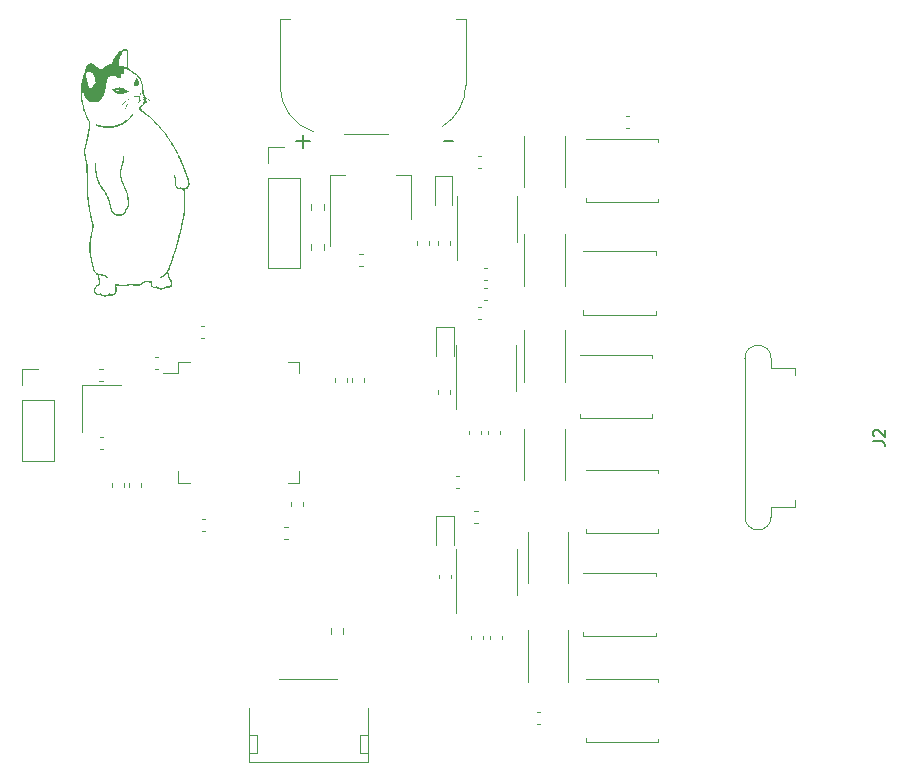
<source format=gbr>
%TF.GenerationSoftware,KiCad,Pcbnew,7.0.7*%
%TF.CreationDate,2024-09-12T14:34:45-05:00*%
%TF.ProjectId,ESC,4553432e-6b69-4636-9164-5f7063625858,rev?*%
%TF.SameCoordinates,Original*%
%TF.FileFunction,Legend,Top*%
%TF.FilePolarity,Positive*%
%FSLAX46Y46*%
G04 Gerber Fmt 4.6, Leading zero omitted, Abs format (unit mm)*
G04 Created by KiCad (PCBNEW 7.0.7) date 2024-09-12 14:34:45*
%MOMM*%
%LPD*%
G01*
G04 APERTURE LIST*
%ADD10C,0.150000*%
%ADD11C,0.120000*%
G04 APERTURE END LIST*
D10*
X210844648Y-79124666D02*
X211606553Y-79124666D01*
X198354171Y-79165500D02*
X199497029Y-79165500D01*
X198925600Y-79736928D02*
X198925600Y-78594071D01*
X247189819Y-104574933D02*
X247904104Y-104574933D01*
X247904104Y-104574933D02*
X248046961Y-104622552D01*
X248046961Y-104622552D02*
X248142200Y-104717790D01*
X248142200Y-104717790D02*
X248189819Y-104860647D01*
X248189819Y-104860647D02*
X248189819Y-104955885D01*
X247285057Y-104146361D02*
X247237438Y-104098742D01*
X247237438Y-104098742D02*
X247189819Y-104003504D01*
X247189819Y-104003504D02*
X247189819Y-103765409D01*
X247189819Y-103765409D02*
X247237438Y-103670171D01*
X247237438Y-103670171D02*
X247285057Y-103622552D01*
X247285057Y-103622552D02*
X247380295Y-103574933D01*
X247380295Y-103574933D02*
X247475533Y-103574933D01*
X247475533Y-103574933D02*
X247618390Y-103622552D01*
X247618390Y-103622552D02*
X248189819Y-104193980D01*
X248189819Y-104193980D02*
X248189819Y-103574933D01*
D11*
%TO.C,C16*%
X203955867Y-89714800D02*
X203663333Y-89714800D01*
X203955867Y-88694800D02*
X203663333Y-88694800D01*
%TO.C,C13*%
X211332800Y-100234533D02*
X211332800Y-100527067D01*
X210312800Y-100234533D02*
X210312800Y-100527067D01*
%TO.C,C14*%
X213724533Y-93165200D02*
X214017067Y-93165200D01*
X213724533Y-94185200D02*
X214017067Y-94185200D01*
%TO.C,Y1*%
X183514000Y-99777800D02*
X180214000Y-99777800D01*
X180214000Y-99777800D02*
X180214000Y-103777800D01*
%TO.C,Q2*%
X222640000Y-93485000D02*
X222640000Y-93835000D01*
X228760000Y-88465000D02*
X222640000Y-88465000D01*
X228760000Y-88765000D02*
X228760000Y-88465000D01*
X228760000Y-93535000D02*
X228760000Y-93835000D01*
X228760000Y-93835000D02*
X222640000Y-93835000D01*
%TO.C,C10*%
X190646267Y-112117600D02*
X190353733Y-112117600D01*
X190646267Y-111097600D02*
X190353733Y-111097600D01*
%TO.C,C33*%
X197313333Y-111783400D02*
X197605867Y-111783400D01*
X197313333Y-112803400D02*
X197605867Y-112803400D01*
%TO.C,J1*%
X196965600Y-68790800D02*
X196965600Y-74400800D01*
X196965600Y-68790800D02*
X197815600Y-68790800D01*
X202375600Y-78510800D02*
X206115600Y-78510800D01*
X211835600Y-68790800D02*
X212685600Y-68790800D01*
X212685600Y-68790800D02*
X212685600Y-74400800D01*
X196965601Y-74400800D02*
G75*
G03*
X199835700Y-78359518I4109997J-40002D01*
G01*
X210692406Y-77923758D02*
G75*
G03*
X212685600Y-74400800I-2116806J3522958D01*
G01*
%TO.C,J4*%
X195977200Y-79645200D02*
X197307200Y-79645200D01*
X195977200Y-80975200D02*
X195977200Y-79645200D01*
X195977200Y-82245200D02*
X195977200Y-89925200D01*
X195977200Y-82245200D02*
X198637200Y-82245200D01*
X195977200Y-89925200D02*
X198637200Y-89925200D01*
X198637200Y-82245200D02*
X198637200Y-89925200D01*
%TO.C,Q1*%
X222840000Y-83970000D02*
X222840000Y-84320000D01*
X228960000Y-78950000D02*
X222840000Y-78950000D01*
X228960000Y-79250000D02*
X228960000Y-78950000D01*
X228960000Y-84020000D02*
X228960000Y-84320000D01*
X228960000Y-84320000D02*
X222840000Y-84320000D01*
%TO.C,C9*%
X182010267Y-105183400D02*
X181717733Y-105183400D01*
X182010267Y-104163400D02*
X181717733Y-104163400D01*
%TO.C,U7*%
X211892200Y-115657400D02*
X211892200Y-119107400D01*
X211892200Y-115657400D02*
X211892200Y-113707400D01*
X217012200Y-115657400D02*
X217012200Y-117607400D01*
X217012200Y-115657400D02*
X217012200Y-113707400D01*
%TO.C,C19*%
X226546267Y-78010000D02*
X226253733Y-78010000D01*
X226546267Y-76990000D02*
X226253733Y-76990000D01*
%TO.C,C15*%
X211853733Y-107490000D02*
X212146267Y-107490000D01*
X211853733Y-108510000D02*
X212146267Y-108510000D01*
%TO.C,U5*%
X211854400Y-98339200D02*
X211854400Y-101789200D01*
X211854400Y-98339200D02*
X211854400Y-96389200D01*
X216974400Y-98339200D02*
X216974400Y-100289200D01*
X216974400Y-98339200D02*
X216974400Y-96389200D01*
%TO.C,R1*%
X221067200Y-103486936D02*
X221067200Y-107841064D01*
X217647200Y-103486936D02*
X217647200Y-107841064D01*
%TO.C,D3*%
X211656600Y-110912800D02*
X210186600Y-110912800D01*
X210186600Y-110912800D02*
X210186600Y-113372800D01*
X211656600Y-113372800D02*
X211656600Y-110912800D01*
%TO.C,D1*%
X211656600Y-94860000D02*
X210186600Y-94860000D01*
X210186600Y-94860000D02*
X210186600Y-97320000D01*
X211656600Y-97320000D02*
X211656600Y-94860000D01*
%TO.C,U1*%
X188361800Y-97836200D02*
X188361800Y-98786200D01*
X188361800Y-98786200D02*
X187021800Y-98786200D01*
X188361800Y-108056200D02*
X188361800Y-107106200D01*
X189311800Y-97836200D02*
X188361800Y-97836200D01*
X189311800Y-108056200D02*
X188361800Y-108056200D01*
X197631800Y-97836200D02*
X198581800Y-97836200D01*
X197631800Y-108056200D02*
X198581800Y-108056200D01*
X198581800Y-97836200D02*
X198581800Y-98786200D01*
X198581800Y-108056200D02*
X198581800Y-107106200D01*
%TO.C,C8*%
X181959467Y-99417600D02*
X181666933Y-99417600D01*
X181959467Y-98397600D02*
X181666933Y-98397600D01*
%TO.C,C2*%
X190252133Y-94790800D02*
X190544667Y-94790800D01*
X190252133Y-95810800D02*
X190544667Y-95810800D01*
%TO.C,C5*%
X183720200Y-108108533D02*
X183720200Y-108401067D01*
X182700200Y-108108533D02*
X182700200Y-108401067D01*
%TO.C,C23*%
X213416933Y-110437200D02*
X213709467Y-110437200D01*
X213416933Y-111457200D02*
X213709467Y-111457200D01*
%TO.C,C3*%
X202643200Y-99218533D02*
X202643200Y-99511067D01*
X201623200Y-99218533D02*
X201623200Y-99511067D01*
%TO.C,R4*%
X199629500Y-84989124D02*
X199629500Y-84479676D01*
X200674500Y-84989124D02*
X200674500Y-84479676D01*
%TO.C,JP6*%
X214580000Y-103981467D02*
X214580000Y-103688933D01*
X215600000Y-103981467D02*
X215600000Y-103688933D01*
%TO.C,J2*%
X238545000Y-97541600D02*
X238545000Y-98381600D01*
X236325000Y-97541600D02*
X236325000Y-110941600D01*
X240595000Y-98381600D02*
X238545000Y-98381600D01*
X240595000Y-98381600D02*
X240595000Y-98981600D01*
X240595000Y-109501600D02*
X240595000Y-110101600D01*
X240595000Y-110101600D02*
X238545000Y-110101600D01*
X238545000Y-110101600D02*
X238545000Y-110941600D01*
X238545000Y-97541600D02*
G75*
G03*
X236325000Y-97541600I-1110000J0D01*
G01*
X236325000Y-110941600D02*
G75*
G03*
X238545000Y-110941600I1110000J0D01*
G01*
%TO.C,R9*%
X202300100Y-120344476D02*
X202300100Y-120853924D01*
X201255100Y-120344476D02*
X201255100Y-120853924D01*
%TO.C,C6*%
X185218800Y-108108533D02*
X185218800Y-108401067D01*
X184198800Y-108108533D02*
X184198800Y-108401067D01*
%TO.C,JP4*%
X214229733Y-91539600D02*
X214522267Y-91539600D01*
X214229733Y-92559600D02*
X214522267Y-92559600D01*
%TO.C,C22*%
X219008767Y-128510000D02*
X218716233Y-128510000D01*
X219008767Y-127490000D02*
X218716233Y-127490000D01*
%TO.C,C1*%
X186658467Y-98477800D02*
X186365933Y-98477800D01*
X186658467Y-97457800D02*
X186365933Y-97457800D01*
%TO.C,Q5*%
X222840000Y-129700000D02*
X222840000Y-130050000D01*
X228960000Y-124680000D02*
X222840000Y-124680000D01*
X228960000Y-124980000D02*
X228960000Y-124680000D01*
X228960000Y-129750000D02*
X228960000Y-130050000D01*
X228960000Y-130050000D02*
X222840000Y-130050000D01*
%TO.C,C17*%
X209602800Y-87636133D02*
X209602800Y-87928667D01*
X208582800Y-87636133D02*
X208582800Y-87928667D01*
%TO.C,RV1*%
X204385200Y-131685600D02*
X194344200Y-131685600D01*
X194344200Y-130915600D02*
X194344200Y-131685600D01*
X204385200Y-130915600D02*
X204385200Y-131685600D01*
X194344200Y-129415600D02*
X194344200Y-127165600D01*
X204385200Y-127165600D02*
X204385200Y-129415600D01*
X201808200Y-124645600D02*
X196919200Y-124645600D01*
X194344200Y-130915600D02*
X195014200Y-130915600D01*
X195014200Y-130915600D02*
X195014200Y-129415600D01*
X195014200Y-129415600D02*
X194344200Y-129415600D01*
X194344200Y-129415600D02*
X194344200Y-130915600D01*
X203714200Y-130915600D02*
X204385200Y-130915600D01*
X204385200Y-130915600D02*
X204385200Y-129415600D01*
X204385200Y-129415600D02*
X203714200Y-129415600D01*
X203714200Y-129415600D02*
X203714200Y-130915600D01*
%TO.C,Q6*%
X222640000Y-120700000D02*
X222640000Y-121050000D01*
X228760000Y-115680000D02*
X222640000Y-115680000D01*
X228760000Y-115980000D02*
X228760000Y-115680000D01*
X228760000Y-120750000D02*
X228760000Y-121050000D01*
X228760000Y-121050000D02*
X222640000Y-121050000D01*
%TO.C,JP1*%
X212954400Y-103981467D02*
X212954400Y-103688933D01*
X213974400Y-103981467D02*
X213974400Y-103688933D01*
%TO.C,C20*%
X213724533Y-80363600D02*
X214017067Y-80363600D01*
X213724533Y-81383600D02*
X214017067Y-81383600D01*
%TO.C,R6*%
X221067200Y-87027736D02*
X221067200Y-91381864D01*
X217647200Y-87027736D02*
X217647200Y-91381864D01*
%TO.C,R2*%
X221067200Y-95155736D02*
X221067200Y-99509864D01*
X217647200Y-95155736D02*
X217647200Y-99509864D01*
%TO.C,JP2*%
X214522267Y-90934000D02*
X214229733Y-90934000D01*
X214522267Y-89914000D02*
X214229733Y-89914000D01*
%TO.C,R8*%
X221369200Y-120555736D02*
X221369200Y-124909864D01*
X217949200Y-120555736D02*
X217949200Y-124909864D01*
%TO.C,C21*%
X211431600Y-115880933D02*
X211431600Y-116173467D01*
X210411600Y-115880933D02*
X210411600Y-116173467D01*
%TO.C,R7*%
X221369200Y-112224536D02*
X221369200Y-116578664D01*
X217949200Y-112224536D02*
X217949200Y-116578664D01*
%TO.C,J5*%
X175149200Y-98456200D02*
X176479200Y-98456200D01*
X175149200Y-99786200D02*
X175149200Y-98456200D01*
X175149200Y-101056200D02*
X175149200Y-106196200D01*
X175149200Y-101056200D02*
X177809200Y-101056200D01*
X175149200Y-106196200D02*
X177809200Y-106196200D01*
X177809200Y-101056200D02*
X177809200Y-106196200D01*
%TO.C,JP3*%
X213136000Y-121336267D02*
X213136000Y-121043733D01*
X214156000Y-121336267D02*
X214156000Y-121043733D01*
%TO.C,U6*%
X211920400Y-85750400D02*
X211920400Y-89200400D01*
X211920400Y-85750400D02*
X211920400Y-83800400D01*
X217040400Y-85750400D02*
X217040400Y-87700400D01*
X217040400Y-85750400D02*
X217040400Y-83800400D01*
%TO.C,D2*%
X211557800Y-82058400D02*
X210087800Y-82058400D01*
X210087800Y-82058400D02*
X210087800Y-84518400D01*
X211557800Y-84518400D02*
X211557800Y-82058400D01*
%TO.C,R3*%
X199629500Y-88392724D02*
X199629500Y-87883276D01*
X200674500Y-88392724D02*
X200674500Y-87883276D01*
%TO.C,R5*%
X217647200Y-83050664D02*
X217647200Y-78696536D01*
X221067200Y-83050664D02*
X221067200Y-78696536D01*
%TO.C,C18*%
X211332800Y-87636133D02*
X211332800Y-87928667D01*
X210312800Y-87636133D02*
X210312800Y-87928667D01*
%TO.C,JP5*%
X214761600Y-121336267D02*
X214761600Y-121043733D01*
X215781600Y-121336267D02*
X215781600Y-121043733D01*
%TO.C,C7*%
X204116400Y-99218533D02*
X204116400Y-99511067D01*
X203096400Y-99218533D02*
X203096400Y-99511067D01*
%TO.C,U2*%
X201212400Y-88021600D02*
X201212400Y-82011600D01*
X208032400Y-85771600D02*
X208032400Y-82011600D01*
X201212400Y-82011600D02*
X202472400Y-82011600D01*
X208032400Y-82011600D02*
X206772400Y-82011600D01*
%TO.C,Q4*%
X222340000Y-102240000D02*
X222340000Y-102590000D01*
X228460000Y-97220000D02*
X222340000Y-97220000D01*
X228460000Y-97520000D02*
X228460000Y-97220000D01*
X228460000Y-102290000D02*
X228460000Y-102590000D01*
X228460000Y-102590000D02*
X222340000Y-102590000D01*
%TO.C,Q3*%
X222840000Y-111970000D02*
X222840000Y-112320000D01*
X228960000Y-106950000D02*
X222840000Y-106950000D01*
X228960000Y-107250000D02*
X228960000Y-106950000D01*
X228960000Y-112020000D02*
X228960000Y-112320000D01*
X228960000Y-112320000D02*
X222840000Y-112320000D01*
%TO.C,C4*%
X198884000Y-109734133D02*
X198884000Y-110026667D01*
X197864000Y-109734133D02*
X197864000Y-110026667D01*
%TO.C,G\u002A\u002A\u002A*%
G36*
X184192737Y-75612061D02*
G01*
X184197782Y-75621661D01*
X184197531Y-75622500D01*
X184186060Y-75635909D01*
X184169198Y-75646536D01*
X184150175Y-75655595D01*
X184118143Y-75670838D01*
X184078155Y-75689863D01*
X184048771Y-75703840D01*
X183949112Y-75760018D01*
X183846306Y-75834976D01*
X183741201Y-75927896D01*
X183634647Y-76037961D01*
X183527493Y-76164355D01*
X183420589Y-76306259D01*
X183416211Y-76312414D01*
X183388846Y-76350264D01*
X183370254Y-76373632D01*
X183358144Y-76384698D01*
X183350220Y-76385639D01*
X183345026Y-76380042D01*
X183346216Y-76364148D01*
X183359890Y-76334146D01*
X183385440Y-76291046D01*
X183422256Y-76235859D01*
X183469729Y-76169594D01*
X183481837Y-76153235D01*
X183565068Y-76048193D01*
X183652486Y-75950493D01*
X183742009Y-75861935D01*
X183831556Y-75784321D01*
X183919046Y-75719453D01*
X184002399Y-75669132D01*
X184079532Y-75635161D01*
X184080752Y-75634743D01*
X184133160Y-75618713D01*
X184170842Y-75611115D01*
X184192737Y-75612061D01*
G37*
G36*
X184140967Y-75805597D02*
G01*
X184148271Y-75814429D01*
X184147861Y-75829569D01*
X184138820Y-75854111D01*
X184120229Y-75891149D01*
X184110033Y-75909938D01*
X184084895Y-75958227D01*
X184054830Y-76019987D01*
X184022180Y-76090058D01*
X183989285Y-76163278D01*
X183958486Y-76234485D01*
X183932123Y-76298518D01*
X183921804Y-76325000D01*
X183894029Y-76396000D01*
X183871784Y-76448280D01*
X183854862Y-76482277D01*
X183843058Y-76498430D01*
X183839532Y-76500000D01*
X183830749Y-76492105D01*
X183830118Y-76487500D01*
X183833166Y-76467501D01*
X183840866Y-76435199D01*
X183851382Y-76397211D01*
X183862881Y-76360153D01*
X183873528Y-76330640D01*
X183873791Y-76330000D01*
X183883516Y-76306324D01*
X183898552Y-76269641D01*
X183916642Y-76225458D01*
X183931148Y-76190000D01*
X183962704Y-76115616D01*
X183995017Y-76044474D01*
X184026923Y-75978704D01*
X184057259Y-75920439D01*
X184084860Y-75871811D01*
X184108564Y-75834952D01*
X184127206Y-75811994D01*
X184139624Y-75805068D01*
X184140967Y-75805597D01*
G37*
G36*
X184867488Y-73778801D02*
G01*
X184892465Y-73805798D01*
X184899350Y-73815589D01*
X184940613Y-73883767D01*
X184973398Y-73955101D01*
X185000459Y-74036139D01*
X185014271Y-74088743D01*
X185028287Y-74151922D01*
X185035246Y-74201390D01*
X185034794Y-74242280D01*
X185026574Y-74279725D01*
X185010231Y-74318858D01*
X184996535Y-74345000D01*
X184956346Y-74399943D01*
X184902784Y-74446808D01*
X184841109Y-74482050D01*
X184776581Y-74502128D01*
X184759824Y-74504443D01*
X184738442Y-74510330D01*
X184733202Y-74513020D01*
X184720429Y-74510057D01*
X184701072Y-74493039D01*
X184690717Y-74480906D01*
X184668936Y-74449392D01*
X184645821Y-74409880D01*
X184632339Y-74383358D01*
X184618063Y-74349618D01*
X184612662Y-74329584D01*
X184692095Y-74329584D01*
X184693786Y-74356072D01*
X184700351Y-74370657D01*
X184718000Y-74385216D01*
X184744204Y-74389987D01*
X184769607Y-74384083D01*
X184778000Y-74378000D01*
X184789122Y-74354219D01*
X184784791Y-74325972D01*
X184773450Y-74308287D01*
X184749313Y-74291884D01*
X184723988Y-74295346D01*
X184708287Y-74306549D01*
X184692095Y-74329584D01*
X184612662Y-74329584D01*
X184609832Y-74319084D01*
X184606173Y-74283860D01*
X184605580Y-74240000D01*
X184608343Y-74185329D01*
X184617304Y-74139624D01*
X184634719Y-74097481D01*
X184658309Y-74060598D01*
X184730000Y-74060598D01*
X184738730Y-74064294D01*
X184760409Y-74064130D01*
X184767500Y-74063372D01*
X184803267Y-74062729D01*
X184841005Y-74067416D01*
X184845000Y-74068319D01*
X184881107Y-74076309D01*
X184900811Y-74078461D01*
X184906812Y-74074845D01*
X184904911Y-74069857D01*
X184888986Y-74055979D01*
X184861288Y-74040851D01*
X184829488Y-74027910D01*
X184801254Y-74020595D01*
X184793685Y-74020000D01*
X184769250Y-74025432D01*
X184746018Y-74038496D01*
X184731599Y-74054343D01*
X184730000Y-74060598D01*
X184658309Y-74060598D01*
X184662848Y-74053501D01*
X184703948Y-74002280D01*
X184705897Y-74000000D01*
X184753733Y-73939234D01*
X184787758Y-73883652D01*
X184811149Y-73827877D01*
X184815197Y-73815000D01*
X184829122Y-73783404D01*
X184846463Y-73771337D01*
X184867488Y-73778801D01*
G37*
G36*
X184503520Y-76875978D02*
G01*
X184517656Y-76893525D01*
X184516512Y-76922061D01*
X184500393Y-76961005D01*
X184469602Y-77009774D01*
X184424443Y-77067789D01*
X184365219Y-77134469D01*
X184301168Y-77200390D01*
X184155186Y-77334763D01*
X183994036Y-77463491D01*
X183822451Y-77582921D01*
X183735000Y-77637540D01*
X183645725Y-77688477D01*
X183546293Y-77740517D01*
X183441800Y-77791293D01*
X183337339Y-77838439D01*
X183238004Y-77879587D01*
X183148891Y-77912371D01*
X183130000Y-77918601D01*
X183026767Y-77950564D01*
X182936770Y-77975419D01*
X182854917Y-77994067D01*
X182776117Y-78007408D01*
X182695279Y-78016344D01*
X182607313Y-78021776D01*
X182534056Y-78024082D01*
X182464107Y-78025080D01*
X182392767Y-78025140D01*
X182325558Y-78024324D01*
X182268000Y-78022695D01*
X182230000Y-78020659D01*
X182162282Y-78013782D01*
X182084598Y-78002805D01*
X181999899Y-77988418D01*
X181911138Y-77971309D01*
X181821266Y-77952167D01*
X181733235Y-77931683D01*
X181649997Y-77910545D01*
X181574504Y-77889443D01*
X181509707Y-77869066D01*
X181458558Y-77850103D01*
X181424009Y-77833244D01*
X181421988Y-77831966D01*
X181396950Y-77807471D01*
X181377788Y-77774300D01*
X181370002Y-77742015D01*
X181370000Y-77741566D01*
X181373778Y-77725221D01*
X181386406Y-77716300D01*
X181409817Y-77714940D01*
X181445950Y-77721275D01*
X181496738Y-77735440D01*
X181555000Y-77754457D01*
X181654055Y-77785041D01*
X181766689Y-77814617D01*
X181886485Y-77841796D01*
X182007025Y-77865192D01*
X182121892Y-77883416D01*
X182190000Y-77891781D01*
X182279615Y-77899091D01*
X182377073Y-77903308D01*
X182476585Y-77904435D01*
X182572368Y-77902476D01*
X182658635Y-77897435D01*
X182715000Y-77891447D01*
X182820457Y-77873278D01*
X182936019Y-77846655D01*
X183054710Y-77813528D01*
X183169554Y-77775846D01*
X183273575Y-77735558D01*
X183275000Y-77734951D01*
X183341179Y-77705138D01*
X183417212Y-77668278D01*
X183498392Y-77626875D01*
X183580011Y-77583434D01*
X183657362Y-77540460D01*
X183725736Y-77500459D01*
X183780000Y-77466221D01*
X183891904Y-77389165D01*
X183990715Y-77315664D01*
X184081705Y-77241357D01*
X184170146Y-77161880D01*
X184261309Y-77072870D01*
X184287120Y-77046590D01*
X184335253Y-76997791D01*
X184379378Y-76954161D01*
X184417426Y-76917657D01*
X184447328Y-76890238D01*
X184467014Y-76873860D01*
X184473802Y-76870000D01*
X184503520Y-76875978D01*
G37*
G36*
X185139536Y-75035345D02*
G01*
X185153248Y-75052982D01*
X185161041Y-75085311D01*
X185163916Y-75134731D01*
X185163951Y-75137989D01*
X185163274Y-75181005D01*
X185158943Y-75213012D01*
X185148892Y-75242939D01*
X185131222Y-75279390D01*
X185111609Y-75315657D01*
X185092639Y-75348222D01*
X185078767Y-75369527D01*
X185070519Y-75381563D01*
X185066401Y-75393043D01*
X185066906Y-75408205D01*
X185072529Y-75431286D01*
X185083765Y-75466525D01*
X185093448Y-75495392D01*
X185109304Y-75540861D01*
X185124789Y-75582498D01*
X185137709Y-75614532D01*
X185143571Y-75627238D01*
X185176475Y-75669586D01*
X185225854Y-75702887D01*
X185284403Y-75724424D01*
X185321579Y-75734664D01*
X185342362Y-75742739D01*
X185349854Y-75750943D01*
X185347157Y-75761571D01*
X185343302Y-75767979D01*
X185323777Y-75781129D01*
X185292057Y-75784375D01*
X185252728Y-75778696D01*
X185210374Y-75765071D01*
X185169582Y-75744479D01*
X185142951Y-75725206D01*
X185101965Y-75690123D01*
X185089858Y-75742561D01*
X185078130Y-75780215D01*
X185060180Y-75823915D01*
X185044451Y-75855594D01*
X185026653Y-75883309D01*
X185000559Y-75918103D01*
X184968990Y-75956832D01*
X184934770Y-75996349D01*
X184900722Y-76033510D01*
X184869667Y-76065169D01*
X184844429Y-76088181D01*
X184827829Y-76099400D01*
X184825130Y-76100000D01*
X184810893Y-76091885D01*
X184805720Y-76083271D01*
X184808027Y-76063001D01*
X184825956Y-76035510D01*
X184827150Y-76034106D01*
X184882807Y-75968909D01*
X184926758Y-75916193D01*
X184960596Y-75873501D01*
X184985912Y-75838376D01*
X185004298Y-75808361D01*
X185017346Y-75780998D01*
X185026649Y-75753830D01*
X185033798Y-75724400D01*
X185036507Y-75710950D01*
X185042570Y-75661194D01*
X185043188Y-75607387D01*
X185039037Y-75553367D01*
X185030791Y-75502970D01*
X185019124Y-75460033D01*
X185004711Y-75428392D01*
X184988226Y-75411884D01*
X184983706Y-75410548D01*
X184968099Y-75409760D01*
X184936002Y-75409251D01*
X184890924Y-75409039D01*
X184836373Y-75409140D01*
X184776844Y-75409562D01*
X184705335Y-75409930D01*
X184651387Y-75409182D01*
X184612572Y-75406862D01*
X184586461Y-75402517D01*
X184570628Y-75395690D01*
X184562643Y-75385929D01*
X184560078Y-75372777D01*
X184560000Y-75368966D01*
X184568817Y-75351812D01*
X184582500Y-75345773D01*
X184609505Y-75342383D01*
X184651189Y-75339661D01*
X184702833Y-75337661D01*
X184759718Y-75336439D01*
X184817128Y-75336048D01*
X184870342Y-75336544D01*
X184914645Y-75337980D01*
X184945317Y-75340413D01*
X184951863Y-75341490D01*
X184985296Y-75346260D01*
X185010743Y-75342527D01*
X185031911Y-75327706D01*
X185052505Y-75299217D01*
X185075968Y-75255011D01*
X185094156Y-75217044D01*
X185104675Y-75189332D01*
X185109057Y-75164369D01*
X185108836Y-75134654D01*
X185106602Y-75105092D01*
X185103783Y-75066830D01*
X185103809Y-75044331D01*
X185107354Y-75033477D01*
X185115092Y-75030149D01*
X185118903Y-75030000D01*
X185139536Y-75035345D01*
G37*
G36*
X183420000Y-74596857D02*
G01*
X183529885Y-74607284D01*
X183639748Y-74636771D01*
X183747426Y-74684492D01*
X183850757Y-74749624D01*
X183880996Y-74772762D01*
X183968068Y-74832345D01*
X184067254Y-74882878D01*
X184122500Y-74904724D01*
X184153793Y-74917976D01*
X184169286Y-74930705D01*
X184168256Y-74944028D01*
X184149982Y-74959057D01*
X184113740Y-74976908D01*
X184062500Y-74997310D01*
X184011480Y-75015920D01*
X183956933Y-75034866D01*
X183903402Y-75052669D01*
X183855430Y-75067848D01*
X183817557Y-75078926D01*
X183795742Y-75084187D01*
X183781093Y-75089129D01*
X183755154Y-75099740D01*
X183735865Y-75108205D01*
X183653060Y-75137349D01*
X183560155Y-75156360D01*
X183464908Y-75164107D01*
X183380000Y-75160085D01*
X183337389Y-75153818D01*
X183295331Y-75145958D01*
X183271175Y-75140321D01*
X183215112Y-75119219D01*
X183151159Y-75085024D01*
X183143242Y-75079796D01*
X183533550Y-75079796D01*
X183533818Y-75080000D01*
X183545427Y-75076762D01*
X183569750Y-75068399D01*
X183592639Y-75060024D01*
X183641464Y-75034694D01*
X183684410Y-74999494D01*
X183714876Y-74959978D01*
X183717484Y-74955000D01*
X183728773Y-74920455D01*
X183734607Y-74877511D01*
X183735258Y-74831572D01*
X183730998Y-74788045D01*
X183722100Y-74752335D01*
X183708834Y-74729848D01*
X183706050Y-74727653D01*
X183695836Y-74722231D01*
X183689562Y-74724770D01*
X183686228Y-74738508D01*
X183684835Y-74766686D01*
X183684472Y-74797545D01*
X183678018Y-74871175D01*
X183658342Y-74933032D01*
X183623320Y-74987986D01*
X183582876Y-75030201D01*
X183557450Y-75054048D01*
X183539936Y-75071668D01*
X183533550Y-75079796D01*
X183143242Y-75079796D01*
X183083672Y-75040459D01*
X183017006Y-74988243D01*
X182990762Y-74965110D01*
X182950016Y-74928540D01*
X182908593Y-74892489D01*
X182872047Y-74861736D01*
X182851150Y-74845000D01*
X182807881Y-74808348D01*
X182786990Y-74783839D01*
X183100136Y-74783839D01*
X183105556Y-74828061D01*
X183119987Y-74877221D01*
X183140143Y-74920485D01*
X183142940Y-74925000D01*
X183157048Y-74943139D01*
X183178560Y-74966886D01*
X183203005Y-74991786D01*
X183225912Y-75013387D01*
X183242810Y-75027234D01*
X183248315Y-75029972D01*
X183245771Y-75022508D01*
X183235380Y-75003839D01*
X183230866Y-74996402D01*
X183212807Y-74963669D01*
X183199339Y-74932712D01*
X183191096Y-74906619D01*
X183188715Y-74888479D01*
X183192832Y-74881381D01*
X183204081Y-74888414D01*
X183210000Y-74895000D01*
X183231755Y-74907515D01*
X183260240Y-74908475D01*
X183286067Y-74898165D01*
X183292267Y-74892500D01*
X183312544Y-74860546D01*
X183313511Y-74831746D01*
X183296075Y-74805166D01*
X183267925Y-74784632D01*
X183241738Y-74783162D01*
X183214917Y-74800964D01*
X183204293Y-74812500D01*
X183176809Y-74845000D01*
X183183500Y-74802637D01*
X183192176Y-74765642D01*
X183204772Y-74729916D01*
X183206888Y-74725263D01*
X183216419Y-74701815D01*
X183219371Y-74687020D01*
X183218751Y-74685418D01*
X183207351Y-74685516D01*
X183183195Y-74690925D01*
X183162687Y-74696968D01*
X183128534Y-74710692D01*
X183109545Y-74728173D01*
X183101507Y-74755261D01*
X183100136Y-74783839D01*
X182786990Y-74783839D01*
X182783053Y-74779220D01*
X182776690Y-74757650D01*
X182778828Y-74751895D01*
X182790502Y-74745602D01*
X182818141Y-74735667D01*
X182858284Y-74723188D01*
X182907466Y-74709267D01*
X182940457Y-74700529D01*
X183005439Y-74683578D01*
X183075110Y-74665115D01*
X183142035Y-74647125D01*
X183198783Y-74631596D01*
X183210000Y-74628473D01*
X183268820Y-74613030D01*
X183316481Y-74603373D01*
X183360581Y-74598358D01*
X183408723Y-74596839D01*
X183420000Y-74596857D01*
G37*
G36*
X183754275Y-80356105D02*
G01*
X183762645Y-80369283D01*
X183768072Y-80399240D01*
X183770701Y-80442995D01*
X183770674Y-80497566D01*
X183768134Y-80559972D01*
X183763223Y-80627232D01*
X183756085Y-80696363D01*
X183746862Y-80764385D01*
X183735696Y-80828316D01*
X183730467Y-80853206D01*
X183723111Y-80887866D01*
X183716846Y-80919977D01*
X183715949Y-80925000D01*
X183709253Y-80956218D01*
X183697995Y-81001151D01*
X183683637Y-81054437D01*
X183667638Y-81110720D01*
X183651460Y-81164641D01*
X183645058Y-81185000D01*
X183631911Y-81227816D01*
X183616483Y-81280597D01*
X183601503Y-81333947D01*
X183597143Y-81350000D01*
X183582874Y-81402990D01*
X183567478Y-81460003D01*
X183553703Y-81510863D01*
X183550362Y-81523164D01*
X183526073Y-81640677D01*
X183513080Y-81769579D01*
X183511389Y-81904749D01*
X183521006Y-82041068D01*
X183541936Y-82173416D01*
X183549596Y-82208093D01*
X183570806Y-82291831D01*
X183594456Y-82374420D01*
X183618883Y-82450525D01*
X183642427Y-82514816D01*
X183652965Y-82540000D01*
X183663272Y-82563570D01*
X183679087Y-82600079D01*
X183698054Y-82644074D01*
X183713485Y-82680000D01*
X183734930Y-82729638D01*
X183761404Y-82790353D01*
X183789764Y-82854967D01*
X183816869Y-82916303D01*
X183820731Y-82925000D01*
X183871536Y-83040722D01*
X183914376Y-83141590D01*
X183950400Y-83230550D01*
X183980759Y-83310549D01*
X184006603Y-83384534D01*
X184029082Y-83455452D01*
X184033415Y-83470000D01*
X184080861Y-83644684D01*
X184118974Y-83814240D01*
X184147701Y-83977284D01*
X184166985Y-84132433D01*
X184176774Y-84278301D01*
X184177012Y-84413507D01*
X184167646Y-84536667D01*
X184148620Y-84646396D01*
X184119880Y-84741311D01*
X184086200Y-84812016D01*
X184064416Y-84844128D01*
X184035913Y-84879836D01*
X184017995Y-84899683D01*
X183990022Y-84932682D01*
X183973228Y-84965045D01*
X183962696Y-85004301D01*
X183947436Y-85056135D01*
X183922410Y-85116877D01*
X183890856Y-85180243D01*
X183856014Y-85239947D01*
X183821121Y-85289705D01*
X183807066Y-85306306D01*
X183768912Y-85343756D01*
X183727576Y-85374500D01*
X183678329Y-85401315D01*
X183616442Y-85426978D01*
X183578681Y-85440452D01*
X183532914Y-85455020D01*
X183492317Y-85464649D01*
X183449465Y-85470584D01*
X183396932Y-85474070D01*
X183372355Y-85475029D01*
X183320798Y-85475935D01*
X183271886Y-85475274D01*
X183231785Y-85473213D01*
X183210000Y-85470633D01*
X183173951Y-85460867D01*
X183126371Y-85443866D01*
X183073177Y-85422171D01*
X183020286Y-85398327D01*
X182973613Y-85374874D01*
X182939075Y-85354357D01*
X182938474Y-85353943D01*
X182854798Y-85287579D01*
X182784499Y-85212594D01*
X182724027Y-85124813D01*
X182689540Y-85061391D01*
X182665566Y-85011094D01*
X182643694Y-84959638D01*
X182623176Y-84904507D01*
X182603263Y-84843183D01*
X182583206Y-84773149D01*
X182562257Y-84691888D01*
X182539667Y-84596882D01*
X182514688Y-84485615D01*
X182504729Y-84440000D01*
X182487247Y-84363712D01*
X182467675Y-84285491D01*
X182447305Y-84210018D01*
X182427429Y-84141971D01*
X182409341Y-84086031D01*
X182399795Y-84060000D01*
X182347430Y-83931691D01*
X182296364Y-83817857D01*
X182243781Y-83713402D01*
X182186867Y-83613227D01*
X182122807Y-83512236D01*
X182048784Y-83405332D01*
X182004895Y-83345000D01*
X181940458Y-83257213D01*
X181886471Y-83182597D01*
X181841183Y-83118471D01*
X181802844Y-83062159D01*
X181769704Y-83010981D01*
X181740012Y-82962259D01*
X181712017Y-82913315D01*
X181683970Y-82861470D01*
X181664389Y-82823995D01*
X181560180Y-82600689D01*
X181473528Y-82367824D01*
X181404450Y-82125455D01*
X181355726Y-81890000D01*
X181326842Y-81709874D01*
X181304839Y-81547247D01*
X181289752Y-81402455D01*
X181281621Y-81275835D01*
X181280082Y-81203150D01*
X181280790Y-81139524D01*
X181283511Y-81093263D01*
X181288994Y-81061774D01*
X181297986Y-81042463D01*
X181311235Y-81032737D01*
X181329489Y-81030001D01*
X181330000Y-81030000D01*
X181345976Y-81031662D01*
X181358218Y-81038344D01*
X181367492Y-81052582D01*
X181374566Y-81076916D01*
X181380204Y-81113884D01*
X181385174Y-81166026D01*
X181389685Y-81227660D01*
X181397138Y-81334487D01*
X181403779Y-81424020D01*
X181409869Y-81498936D01*
X181415667Y-81561910D01*
X181421430Y-81615622D01*
X181427420Y-81662746D01*
X181433895Y-81705961D01*
X181438798Y-81735000D01*
X181447525Y-81785699D01*
X181455632Y-81834761D01*
X181462025Y-81875459D01*
X181464844Y-81895000D01*
X181474899Y-81953840D01*
X181490872Y-82027084D01*
X181511617Y-82110422D01*
X181535991Y-82199545D01*
X181562850Y-82290145D01*
X181591049Y-82377913D01*
X181600274Y-82405000D01*
X181644082Y-82524059D01*
X181691054Y-82635668D01*
X181743094Y-82743260D01*
X181802105Y-82850267D01*
X181869993Y-82960121D01*
X181948662Y-83076255D01*
X182040017Y-83202102D01*
X182049658Y-83215000D01*
X182132260Y-83329844D01*
X182211253Y-83448572D01*
X182284637Y-83567763D01*
X182350412Y-83683994D01*
X182406578Y-83793842D01*
X182451135Y-83893886D01*
X182460812Y-83918504D01*
X182486616Y-83987511D01*
X182510922Y-84054750D01*
X182532550Y-84116770D01*
X182550318Y-84170120D01*
X182563044Y-84211350D01*
X182569163Y-84235000D01*
X182575440Y-84263697D01*
X182584851Y-84304176D01*
X182595619Y-84348829D01*
X182598375Y-84360000D01*
X182609165Y-84405171D01*
X182622146Y-84462052D01*
X182635543Y-84522751D01*
X182645627Y-84570000D01*
X182674911Y-84697741D01*
X182706034Y-84808459D01*
X182740081Y-84905115D01*
X182778133Y-84990669D01*
X182821276Y-85068084D01*
X182836637Y-85092080D01*
X182883691Y-85154721D01*
X182935839Y-85205609D01*
X182998572Y-85249500D01*
X183052445Y-85278972D01*
X183144693Y-85320239D01*
X183229253Y-85346263D01*
X183310573Y-85357694D01*
X183393103Y-85355185D01*
X183475000Y-85340876D01*
X183558493Y-85317355D01*
X183626802Y-85288335D01*
X183684489Y-85251500D01*
X183728800Y-85212091D01*
X183772486Y-85161577D01*
X183807357Y-85105883D01*
X183836001Y-85040062D01*
X183860786Y-84960000D01*
X183874397Y-84913902D01*
X183888329Y-84880414D01*
X183906211Y-84852422D01*
X183929645Y-84825000D01*
X183971176Y-84776173D01*
X184002547Y-84728996D01*
X184026374Y-84677950D01*
X184045273Y-84617514D01*
X184060592Y-84548697D01*
X184065372Y-84511283D01*
X184068627Y-84458923D01*
X184070364Y-84396611D01*
X184070590Y-84329342D01*
X184069312Y-84262112D01*
X184066536Y-84199915D01*
X184062269Y-84147746D01*
X184060030Y-84130000D01*
X184052794Y-84078599D01*
X184045106Y-84021438D01*
X184039780Y-83980000D01*
X184014847Y-83827559D01*
X183976954Y-83663804D01*
X183927021Y-83491820D01*
X183865970Y-83314693D01*
X183794720Y-83135508D01*
X183772897Y-83085000D01*
X183746138Y-83024091D01*
X183719368Y-82963039D01*
X183694747Y-82906778D01*
X183674435Y-82860241D01*
X183663462Y-82835000D01*
X183644930Y-82792538D01*
X183626926Y-82751794D01*
X183612753Y-82720229D01*
X183610357Y-82715000D01*
X183530814Y-82523174D01*
X183469552Y-82331669D01*
X183425323Y-82136492D01*
X183419802Y-82105000D01*
X183410612Y-82046126D01*
X183404742Y-81995219D01*
X183401781Y-81945322D01*
X183401316Y-81889476D01*
X183402937Y-81820724D01*
X183402961Y-81820000D01*
X183407558Y-81737950D01*
X183416347Y-81656299D01*
X183430014Y-81571561D01*
X183449241Y-81480251D01*
X183474713Y-81378882D01*
X183507114Y-81263968D01*
X183521694Y-81215000D01*
X183535985Y-81167633D01*
X183552286Y-81113665D01*
X183565490Y-81070000D01*
X183592324Y-80977309D01*
X183612760Y-80896489D01*
X183628222Y-80821000D01*
X183640132Y-80744305D01*
X183645155Y-80703844D01*
X183673263Y-80507922D01*
X183695482Y-80392788D01*
X183708525Y-80369477D01*
X183731093Y-80355764D01*
X183754275Y-80356105D01*
G37*
G36*
X183892907Y-71324305D02*
G01*
X183952543Y-71339769D01*
X183989026Y-71360444D01*
X184019603Y-71385148D01*
X184042169Y-71411148D01*
X184060746Y-71444342D01*
X184079355Y-71490627D01*
X184081132Y-71495534D01*
X184093529Y-71544458D01*
X184102255Y-71610730D01*
X184107248Y-71692026D01*
X184108445Y-71786022D01*
X184105782Y-71890393D01*
X184099197Y-72002815D01*
X184095970Y-72043456D01*
X184087871Y-72151947D01*
X184083046Y-72251678D01*
X184081658Y-72346783D01*
X184083871Y-72441395D01*
X184089847Y-72539645D01*
X184099750Y-72645667D01*
X184113742Y-72763593D01*
X184128793Y-72875000D01*
X184145676Y-72995000D01*
X184214384Y-73046778D01*
X184255238Y-73076084D01*
X184304880Y-73109543D01*
X184354713Y-73141417D01*
X184371675Y-73151778D01*
X184474730Y-73213795D01*
X184562310Y-73266814D01*
X184636148Y-73312027D01*
X184697979Y-73350625D01*
X184749537Y-73383800D01*
X184792556Y-73412743D01*
X184828771Y-73438646D01*
X184859915Y-73462700D01*
X184887722Y-73486098D01*
X184913928Y-73510030D01*
X184940265Y-73535688D01*
X184961225Y-73556859D01*
X185044720Y-73650078D01*
X185117126Y-73749045D01*
X185180420Y-73857179D01*
X185236578Y-73977896D01*
X185287576Y-74114615D01*
X185292699Y-74130000D01*
X185323665Y-74229139D01*
X185348891Y-74322668D01*
X185369091Y-74414846D01*
X185384976Y-74509935D01*
X185397259Y-74612195D01*
X185406652Y-74725889D01*
X185413853Y-74855000D01*
X185425792Y-75115000D01*
X185462678Y-75172353D01*
X185518947Y-75270190D01*
X185561770Y-75366814D01*
X185575185Y-75406018D01*
X185586959Y-75440452D01*
X185598590Y-75461384D01*
X185614580Y-75474763D01*
X185634524Y-75484456D01*
X185662049Y-75497541D01*
X185699997Y-75517171D01*
X185741538Y-75539780D01*
X185755000Y-75547360D01*
X185793893Y-75569340D01*
X185829062Y-75588980D01*
X185854818Y-75603111D01*
X185861170Y-75606491D01*
X185886849Y-75622845D01*
X185915945Y-75645704D01*
X185943970Y-75670927D01*
X185966434Y-75694371D01*
X185978850Y-75711893D01*
X185980000Y-75716163D01*
X185973732Y-75733130D01*
X185956152Y-75735327D01*
X185929091Y-75723060D01*
X185902096Y-75703241D01*
X185865793Y-75673759D01*
X185833430Y-75649675D01*
X185799684Y-75627523D01*
X185759236Y-75603833D01*
X185706764Y-75575137D01*
X185700012Y-75571516D01*
X185605024Y-75520648D01*
X185593743Y-75611903D01*
X185582462Y-75703159D01*
X185666231Y-75798421D01*
X185707327Y-75847418D01*
X185735221Y-75885747D01*
X185749470Y-75912644D01*
X185749632Y-75927344D01*
X185742265Y-75930000D01*
X185732527Y-75923310D01*
X185711978Y-75905156D01*
X185683752Y-75878411D01*
X185655000Y-75850000D01*
X185622604Y-75818064D01*
X185595124Y-75792187D01*
X185575693Y-75775242D01*
X185567734Y-75770000D01*
X185561434Y-75778389D01*
X185560000Y-75789894D01*
X185554873Y-75818072D01*
X185540959Y-75858078D01*
X185520460Y-75905031D01*
X185495574Y-75954048D01*
X185468503Y-76000246D01*
X185458046Y-76016127D01*
X185405796Y-76088309D01*
X185355568Y-76147334D01*
X185302186Y-76198102D01*
X185240476Y-76245514D01*
X185165263Y-76294471D01*
X185162139Y-76296385D01*
X185129278Y-76316481D01*
X185171310Y-76370740D01*
X185265410Y-76479482D01*
X185374520Y-76583376D01*
X185493649Y-76677853D01*
X185546015Y-76713984D01*
X185684628Y-76810853D01*
X185831120Y-76923385D01*
X185983667Y-77049754D01*
X186140444Y-77188135D01*
X186299629Y-77336701D01*
X186459395Y-77493627D01*
X186617920Y-77657087D01*
X186773380Y-77825256D01*
X186923949Y-77996307D01*
X187067805Y-78168415D01*
X187203122Y-78339755D01*
X187300000Y-78469530D01*
X187407622Y-78618975D01*
X187508990Y-78762434D01*
X187602672Y-78897825D01*
X187687234Y-79023064D01*
X187761243Y-79136068D01*
X187795519Y-79190000D01*
X187811412Y-79215215D01*
X187833773Y-79250561D01*
X187858333Y-79289291D01*
X187863744Y-79297811D01*
X187884602Y-79331131D01*
X187900573Y-79357568D01*
X187909177Y-79372978D01*
X187910000Y-79375117D01*
X187914960Y-79385238D01*
X187927882Y-79407127D01*
X187943604Y-79432305D01*
X187964093Y-79465424D01*
X187991978Y-79511910D01*
X188024865Y-79567689D01*
X188060361Y-79628690D01*
X188096072Y-79690840D01*
X188111354Y-79717708D01*
X188169172Y-79822483D01*
X188232553Y-79942235D01*
X188299744Y-80073330D01*
X188368991Y-80212132D01*
X188438541Y-80355004D01*
X188506640Y-80498311D01*
X188571535Y-80638417D01*
X188631472Y-80771687D01*
X188684699Y-80894486D01*
X188720161Y-80980000D01*
X188740150Y-81028882D01*
X188760193Y-81076993D01*
X188777506Y-81117694D01*
X188786318Y-81137796D01*
X188799126Y-81167302D01*
X188807725Y-81188936D01*
X188810000Y-81196545D01*
X188813681Y-81208195D01*
X188823251Y-81232475D01*
X188834333Y-81258749D01*
X188852934Y-81302746D01*
X188875380Y-81357341D01*
X188899428Y-81416924D01*
X188922836Y-81475885D01*
X188943360Y-81528612D01*
X188958758Y-81569496D01*
X188960753Y-81575000D01*
X188973274Y-81608932D01*
X188989912Y-81652828D01*
X189007394Y-81698063D01*
X189010110Y-81705000D01*
X189028680Y-81753751D01*
X189047937Y-81806572D01*
X189063897Y-81852519D01*
X189064722Y-81855000D01*
X189076927Y-81891388D01*
X189093606Y-81940566D01*
X189112680Y-81996429D01*
X189132069Y-82052872D01*
X189134527Y-82060000D01*
X189181727Y-82201424D01*
X189222052Y-82331967D01*
X189255185Y-82450363D01*
X189280808Y-82555344D01*
X189298601Y-82645643D01*
X189308248Y-82719994D01*
X189310000Y-82758525D01*
X189308488Y-82806868D01*
X189302718Y-82847145D01*
X189290837Y-82889027D01*
X189278528Y-82922822D01*
X189263880Y-82958996D01*
X189249401Y-82987896D01*
X189231728Y-83014272D01*
X189207499Y-83042870D01*
X189173351Y-83078439D01*
X189156028Y-83095816D01*
X189088608Y-83157534D01*
X189024532Y-83203828D01*
X188959311Y-83237674D01*
X188919645Y-83252624D01*
X188914692Y-83255553D01*
X188911155Y-83261947D01*
X188909127Y-83273830D01*
X188908704Y-83293223D01*
X188909979Y-83322150D01*
X188913047Y-83362633D01*
X188918002Y-83416694D01*
X188924938Y-83486356D01*
X188933949Y-83573641D01*
X188935133Y-83585000D01*
X188940259Y-83646026D01*
X188944852Y-83723857D01*
X188948869Y-83815300D01*
X188952264Y-83917166D01*
X188954994Y-84026264D01*
X188957014Y-84139403D01*
X188958281Y-84253393D01*
X188958751Y-84365044D01*
X188958379Y-84471164D01*
X188957122Y-84568564D01*
X188954935Y-84654053D01*
X188951775Y-84724440D01*
X188951034Y-84736235D01*
X188937848Y-84913246D01*
X188922108Y-85082940D01*
X188903304Y-85248488D01*
X188880923Y-85413062D01*
X188854454Y-85579832D01*
X188823384Y-85751970D01*
X188787202Y-85932646D01*
X188745395Y-86125032D01*
X188697453Y-86332299D01*
X188684883Y-86385000D01*
X188672014Y-86439158D01*
X188657020Y-86503012D01*
X188642196Y-86566752D01*
X188634537Y-86600000D01*
X188622940Y-86649564D01*
X188607915Y-86712302D01*
X188590966Y-86782007D01*
X188573599Y-86852471D01*
X188562985Y-86895000D01*
X188548049Y-86954728D01*
X188534319Y-87010049D01*
X188522742Y-87057117D01*
X188514265Y-87092086D01*
X188510076Y-87110000D01*
X188504728Y-87132326D01*
X188495405Y-87169347D01*
X188483291Y-87216437D01*
X188469568Y-87268966D01*
X188465339Y-87285000D01*
X188439617Y-87382362D01*
X188418536Y-87462317D01*
X188401597Y-87526788D01*
X188388302Y-87577696D01*
X188378153Y-87616963D01*
X188370651Y-87646510D01*
X188365297Y-87668261D01*
X188361594Y-87684135D01*
X188360307Y-87690000D01*
X188352260Y-87723478D01*
X188339271Y-87772606D01*
X188322295Y-87833926D01*
X188302288Y-87903976D01*
X188283077Y-87969606D01*
X188271274Y-88010245D01*
X188261487Y-88045328D01*
X188255306Y-88069105D01*
X188254263Y-88073826D01*
X188249376Y-88093557D01*
X188240524Y-88124876D01*
X188231697Y-88154219D01*
X188219496Y-88193750D01*
X188204362Y-88242857D01*
X188189238Y-88291997D01*
X188186778Y-88300000D01*
X188132283Y-88476007D01*
X188079586Y-88643730D01*
X188029356Y-88801093D01*
X187982265Y-88946019D01*
X187938983Y-89076430D01*
X187900180Y-89190250D01*
X187889812Y-89220000D01*
X187860099Y-89304715D01*
X187836220Y-89372663D01*
X187817420Y-89425957D01*
X187802941Y-89466712D01*
X187792026Y-89497043D01*
X187783918Y-89519064D01*
X187777860Y-89534889D01*
X187773094Y-89546634D01*
X187771665Y-89550000D01*
X187763648Y-89569987D01*
X187750856Y-89603294D01*
X187735376Y-89644452D01*
X187725901Y-89670000D01*
X187673626Y-89808211D01*
X187623375Y-89933396D01*
X187572512Y-90051975D01*
X187534022Y-90136880D01*
X187520665Y-90169824D01*
X187512100Y-90198849D01*
X187510349Y-90211880D01*
X187512782Y-90229733D01*
X187519214Y-90262728D01*
X187528751Y-90306613D01*
X187540495Y-90357139D01*
X187544349Y-90373099D01*
X187563189Y-90444865D01*
X187582473Y-90504745D01*
X187605093Y-90560700D01*
X187633943Y-90620695D01*
X187635169Y-90623099D01*
X187679651Y-90710465D01*
X187715958Y-90782576D01*
X187745218Y-90841881D01*
X187768561Y-90890826D01*
X187787118Y-90931861D01*
X187802018Y-90967434D01*
X187814391Y-90999991D01*
X187825367Y-91031982D01*
X187828808Y-91042619D01*
X187849229Y-91116875D01*
X187858150Y-91180505D01*
X187855235Y-91239477D01*
X187840145Y-91299760D01*
X187812546Y-91367322D01*
X187810225Y-91372292D01*
X187781161Y-91418772D01*
X187739718Y-91465377D01*
X187691302Y-91507316D01*
X187641320Y-91539800D01*
X187602734Y-91556088D01*
X187561682Y-91564055D01*
X187512135Y-91567816D01*
X187459843Y-91567591D01*
X187410555Y-91563599D01*
X187370021Y-91556061D01*
X187345526Y-91546264D01*
X187331519Y-91538767D01*
X187319448Y-91539735D01*
X187303888Y-91551369D01*
X187283874Y-91571281D01*
X187244166Y-91603954D01*
X187190744Y-91636525D01*
X187129666Y-91665854D01*
X187066987Y-91688804D01*
X187045399Y-91694849D01*
X186994759Y-91703677D01*
X186933191Y-91708463D01*
X186868679Y-91709081D01*
X186809207Y-91705404D01*
X186770278Y-91699205D01*
X186720674Y-91683716D01*
X186666898Y-91660448D01*
X186616153Y-91633010D01*
X186575642Y-91605015D01*
X186566673Y-91597153D01*
X186545461Y-91578323D01*
X186528940Y-91570372D01*
X186508478Y-91571154D01*
X186483828Y-91576540D01*
X186396440Y-91588373D01*
X186310367Y-91583272D01*
X186250417Y-91568567D01*
X186213705Y-91553982D01*
X186181753Y-91535233D01*
X186148240Y-91508089D01*
X186119630Y-91481004D01*
X186085756Y-91446361D01*
X186063006Y-91418429D01*
X186047276Y-91390952D01*
X186034463Y-91357673D01*
X186030358Y-91344936D01*
X186018036Y-91296912D01*
X186007930Y-91241891D01*
X186002836Y-91198401D01*
X185997265Y-91121802D01*
X185881132Y-91113931D01*
X185823812Y-91110779D01*
X185755377Y-91108132D01*
X185684716Y-91106281D01*
X185625000Y-91105530D01*
X185574181Y-91105329D01*
X185534617Y-91106061D01*
X185502522Y-91109071D01*
X185474113Y-91115705D01*
X185445603Y-91127308D01*
X185413208Y-91145225D01*
X185373142Y-91170802D01*
X185321622Y-91205385D01*
X185296653Y-91222247D01*
X185195086Y-91287084D01*
X185103643Y-91337193D01*
X185019867Y-91373391D01*
X184941296Y-91396494D01*
X184865472Y-91407318D01*
X184789935Y-91406682D01*
X184753456Y-91402602D01*
X184715582Y-91396309D01*
X184663947Y-91386491D01*
X184604237Y-91374291D01*
X184542141Y-91360851D01*
X184515000Y-91354717D01*
X184454983Y-91341121D01*
X184410606Y-91331752D01*
X184378051Y-91326194D01*
X184353505Y-91324031D01*
X184333152Y-91324847D01*
X184313177Y-91328225D01*
X184300000Y-91331257D01*
X184266958Y-91338273D01*
X184240462Y-91342245D01*
X184230000Y-91342573D01*
X184211594Y-91344816D01*
X184184315Y-91352767D01*
X184176163Y-91355782D01*
X184129194Y-91370988D01*
X184066769Y-91386712D01*
X183993389Y-91402203D01*
X183913557Y-91416711D01*
X183831777Y-91429486D01*
X183752550Y-91439778D01*
X183680379Y-91446837D01*
X183619768Y-91449913D01*
X183610635Y-91449986D01*
X183536589Y-91445394D01*
X183452395Y-91432701D01*
X183364811Y-91413491D01*
X183280597Y-91389347D01*
X183206511Y-91361852D01*
X183177898Y-91348618D01*
X183152181Y-91336886D01*
X183133485Y-91330432D01*
X183130398Y-91330000D01*
X183125008Y-91335808D01*
X183121697Y-91354145D01*
X183120471Y-91386381D01*
X183121337Y-91433883D01*
X183124301Y-91498022D01*
X183129371Y-91580165D01*
X183131819Y-91615921D01*
X183136739Y-91704201D01*
X183137591Y-91776629D01*
X183133950Y-91837013D01*
X183125393Y-91889166D01*
X183111498Y-91936899D01*
X183091840Y-91984022D01*
X183090661Y-91986508D01*
X183049775Y-92051546D01*
X182993880Y-92110645D01*
X182927316Y-92160811D01*
X182854419Y-92199048D01*
X182779531Y-92222360D01*
X182741504Y-92227571D01*
X182691177Y-92228581D01*
X182645705Y-92222689D01*
X182597602Y-92208367D01*
X182548673Y-92188258D01*
X182502346Y-92167680D01*
X182452079Y-92207413D01*
X182390848Y-92246937D01*
X182320396Y-92277910D01*
X182246361Y-92298746D01*
X182174383Y-92307858D01*
X182110100Y-92303661D01*
X182110000Y-92303642D01*
X182043975Y-92288744D01*
X181978794Y-92270370D01*
X181917584Y-92249768D01*
X181863473Y-92228184D01*
X181819588Y-92206866D01*
X181789056Y-92187060D01*
X181775023Y-92170073D01*
X181763329Y-92154450D01*
X181751693Y-92154210D01*
X181654253Y-92175048D01*
X181561980Y-92177328D01*
X181475811Y-92161125D01*
X181396685Y-92126513D01*
X181395596Y-92125878D01*
X181336928Y-92080052D01*
X181289540Y-92018519D01*
X181254176Y-91942574D01*
X181231581Y-91853509D01*
X181228914Y-91836088D01*
X181223232Y-91747869D01*
X181229968Y-91661829D01*
X181248485Y-91584256D01*
X181256692Y-91562491D01*
X181294127Y-91493155D01*
X181347287Y-91423084D01*
X181412381Y-91355922D01*
X181485619Y-91295314D01*
X181563211Y-91244904D01*
X181613147Y-91219789D01*
X181640875Y-91206748D01*
X181654965Y-91194873D01*
X181658231Y-91177946D01*
X181653488Y-91149746D01*
X181650650Y-91136928D01*
X181636875Y-91070333D01*
X181621760Y-90989084D01*
X181606142Y-90898406D01*
X181590856Y-90803525D01*
X181576739Y-90709670D01*
X181564628Y-90622065D01*
X181555357Y-90545937D01*
X181553823Y-90531653D01*
X181547919Y-90492370D01*
X181539751Y-90470239D01*
X181531112Y-90463046D01*
X181477992Y-90440194D01*
X181420195Y-90406263D01*
X181365353Y-90365937D01*
X181346973Y-90350000D01*
X181305417Y-90309312D01*
X181270208Y-90267880D01*
X181239744Y-90222600D01*
X181212422Y-90170366D01*
X181186641Y-90108075D01*
X181160798Y-90032622D01*
X181133291Y-89940904D01*
X181130183Y-89930000D01*
X181118531Y-89889029D01*
X181104060Y-89838250D01*
X181089454Y-89787080D01*
X181086001Y-89775000D01*
X181022828Y-89546405D01*
X180968828Y-89334482D01*
X180923795Y-89138238D01*
X180887523Y-88956681D01*
X180859804Y-88788818D01*
X180840433Y-88633657D01*
X180834166Y-88565000D01*
X180822030Y-88339484D01*
X180820549Y-88106467D01*
X180829421Y-87870982D01*
X180848345Y-87638063D01*
X180877019Y-87412742D01*
X180915142Y-87200053D01*
X180916201Y-87195000D01*
X180929138Y-87133610D01*
X180943579Y-87065243D01*
X180957390Y-86999993D01*
X180964814Y-86965000D01*
X180983622Y-86876204D01*
X180998709Y-86804292D01*
X181010593Y-86746601D01*
X181019793Y-86700469D01*
X181026829Y-86663233D01*
X181032220Y-86632232D01*
X181036485Y-86604803D01*
X181039919Y-86580000D01*
X181046255Y-86534018D01*
X181054312Y-86478476D01*
X181062607Y-86423554D01*
X181064719Y-86410000D01*
X181075052Y-86331174D01*
X181079122Y-86267015D01*
X181076919Y-86218884D01*
X181068433Y-86188142D01*
X181066352Y-86184725D01*
X181055807Y-86162354D01*
X181042145Y-86121983D01*
X181025737Y-86065305D01*
X181006956Y-85994012D01*
X180986177Y-85909798D01*
X180963771Y-85814355D01*
X180940112Y-85709376D01*
X180915572Y-85596553D01*
X180890525Y-85477580D01*
X180865344Y-85354149D01*
X180840402Y-85227954D01*
X180816072Y-85100687D01*
X180792726Y-84974040D01*
X180770738Y-84849707D01*
X180765636Y-84820000D01*
X180741193Y-84670695D01*
X180718818Y-84520706D01*
X180698252Y-84367610D01*
X180679238Y-84208983D01*
X180661517Y-84042401D01*
X180644830Y-83865441D01*
X180628920Y-83675679D01*
X180613528Y-83470692D01*
X180598848Y-83255000D01*
X180597273Y-83221262D01*
X180595694Y-83169250D01*
X180594132Y-83100688D01*
X180592609Y-83017301D01*
X180591148Y-82920815D01*
X180589771Y-82812955D01*
X180588499Y-82695444D01*
X180587354Y-82570010D01*
X180586359Y-82438377D01*
X180585536Y-82302269D01*
X180584913Y-82165000D01*
X180584249Y-82016662D01*
X180583416Y-81876191D01*
X180582430Y-81744842D01*
X180581310Y-81623867D01*
X180580071Y-81514522D01*
X180578730Y-81418060D01*
X180577305Y-81335734D01*
X180575812Y-81268800D01*
X180574267Y-81218510D01*
X180572689Y-81186119D01*
X180571611Y-81175000D01*
X180559906Y-81103775D01*
X180550466Y-81047943D01*
X180542465Y-81003133D01*
X180535083Y-80964977D01*
X180527496Y-80929105D01*
X180518880Y-80891149D01*
X180515102Y-80875000D01*
X180486984Y-80754912D01*
X180463264Y-80651788D01*
X180443570Y-80563169D01*
X180427533Y-80486593D01*
X180414784Y-80419602D01*
X180404950Y-80359735D01*
X180397664Y-80304533D01*
X180392554Y-80251535D01*
X180389250Y-80198283D01*
X180387383Y-80142315D01*
X180386583Y-80081173D01*
X180386467Y-80020000D01*
X180386931Y-79934112D01*
X180388515Y-79862418D01*
X180391838Y-79800388D01*
X180397518Y-79743493D01*
X180406174Y-79687201D01*
X180418425Y-79626985D01*
X180434889Y-79558313D01*
X180456185Y-79476656D01*
X180465335Y-79442535D01*
X180476919Y-79399398D01*
X180489052Y-79353927D01*
X180502608Y-79302820D01*
X180518461Y-79242776D01*
X180537483Y-79170493D01*
X180560548Y-79082668D01*
X180564519Y-79067535D01*
X180607926Y-78890735D01*
X180649436Y-78699391D01*
X180688006Y-78498940D01*
X180722597Y-78294820D01*
X180752168Y-78092468D01*
X180754486Y-78075000D01*
X180762571Y-78013866D01*
X180771809Y-77944523D01*
X180780651Y-77878581D01*
X180783833Y-77855000D01*
X180791266Y-77798758D01*
X180798886Y-77738982D01*
X180805528Y-77684895D01*
X180808259Y-77661644D01*
X180817808Y-77578289D01*
X180777060Y-77516644D01*
X180753883Y-77481650D01*
X180732398Y-77449328D01*
X180717358Y-77426825D01*
X180705984Y-77407609D01*
X180687685Y-77374071D01*
X180664321Y-77329859D01*
X180637750Y-77278621D01*
X180609831Y-77224001D01*
X180582422Y-77169649D01*
X180557382Y-77119211D01*
X180536568Y-77076333D01*
X180521841Y-77044664D01*
X180517678Y-77035000D01*
X180415299Y-76767892D01*
X180324407Y-76494827D01*
X180246113Y-76219834D01*
X180181533Y-75946941D01*
X180131779Y-75680176D01*
X180118215Y-75590000D01*
X180112058Y-75544623D01*
X180107086Y-75503081D01*
X180103174Y-75462486D01*
X180100197Y-75419951D01*
X180098032Y-75372586D01*
X180096555Y-75317504D01*
X180095640Y-75251817D01*
X180095165Y-75172636D01*
X180095005Y-75077073D01*
X180095004Y-75070483D01*
X180197226Y-75070483D01*
X180203283Y-75292521D01*
X180219603Y-75507260D01*
X180246165Y-75709757D01*
X180246205Y-75710000D01*
X180273538Y-75860150D01*
X180307905Y-76020200D01*
X180347811Y-76184396D01*
X180391767Y-76346984D01*
X180438280Y-76502213D01*
X180485858Y-76644328D01*
X180495125Y-76670000D01*
X180510288Y-76711438D01*
X180528763Y-76761906D01*
X180546979Y-76811654D01*
X180550035Y-76820000D01*
X180565732Y-76862105D01*
X180580514Y-76900469D01*
X180591897Y-76928680D01*
X180594631Y-76935000D01*
X180605601Y-76960103D01*
X180620685Y-76995430D01*
X180634426Y-77028099D01*
X180647333Y-77056874D01*
X180667578Y-77099388D01*
X180693210Y-77151666D01*
X180722279Y-77209733D01*
X180752836Y-77269615D01*
X180754633Y-77273099D01*
X180784478Y-77331885D01*
X180812134Y-77388136D01*
X180835853Y-77438158D01*
X180853890Y-77478262D01*
X180864498Y-77504757D01*
X180865095Y-77506553D01*
X180880591Y-77543352D01*
X180897201Y-77561704D01*
X180900841Y-77563117D01*
X180910073Y-77568911D01*
X180916211Y-77581924D01*
X180919190Y-77604038D01*
X180918947Y-77637137D01*
X180915417Y-77683106D01*
X180908537Y-77743827D01*
X180898242Y-77821184D01*
X180890114Y-77878337D01*
X180879350Y-77952802D01*
X180867886Y-78032147D01*
X180856643Y-78110009D01*
X180846539Y-78180026D01*
X180839333Y-78230000D01*
X180817600Y-78376470D01*
X180796795Y-78506924D01*
X180776158Y-78625274D01*
X180754926Y-78735432D01*
X180732341Y-78841312D01*
X180707641Y-78946825D01*
X180680065Y-79055883D01*
X180675052Y-79075000D01*
X180659288Y-79135000D01*
X180642955Y-79197448D01*
X180627892Y-79255302D01*
X180615936Y-79301521D01*
X180615042Y-79305000D01*
X180602624Y-79352981D01*
X180587260Y-79411843D01*
X180571156Y-79473142D01*
X180560092Y-79515000D01*
X180517579Y-79709749D01*
X180494373Y-79901525D01*
X180490358Y-80092126D01*
X180505420Y-80283349D01*
X180509047Y-80310288D01*
X180516466Y-80360930D01*
X180524047Y-80408049D01*
X180532529Y-80455345D01*
X180542650Y-80506513D01*
X180555147Y-80565253D01*
X180570758Y-80635263D01*
X180590222Y-80720240D01*
X180594790Y-80740000D01*
X180617083Y-80837256D01*
X180634976Y-80917583D01*
X180648975Y-80983437D01*
X180659589Y-81037276D01*
X180667324Y-81081558D01*
X180672208Y-81115000D01*
X180673641Y-81135280D01*
X180675179Y-81174004D01*
X180676794Y-81229616D01*
X180678459Y-81300559D01*
X180680148Y-81385277D01*
X180681832Y-81482214D01*
X180683485Y-81589815D01*
X180685080Y-81706522D01*
X180686590Y-81830781D01*
X180687987Y-81961034D01*
X180689195Y-82090000D01*
X180691061Y-82289210D01*
X180693051Y-82469946D01*
X180695212Y-82633730D01*
X180697588Y-82782090D01*
X180700224Y-82916547D01*
X180703165Y-83038629D01*
X180706457Y-83149858D01*
X180710144Y-83251761D01*
X180714272Y-83345861D01*
X180718887Y-83433683D01*
X180724032Y-83516752D01*
X180729754Y-83596592D01*
X180736096Y-83674729D01*
X180736120Y-83675000D01*
X180741928Y-83744239D01*
X180747830Y-83817222D01*
X180753302Y-83887298D01*
X180757820Y-83947819D01*
X180759735Y-83975000D01*
X180767828Y-84069704D01*
X180780170Y-84181308D01*
X180796320Y-84307268D01*
X180815834Y-84445041D01*
X180838272Y-84592084D01*
X180863192Y-84745853D01*
X180890153Y-84903807D01*
X180918711Y-85063402D01*
X180948427Y-85222094D01*
X180978857Y-85377342D01*
X181009561Y-85526600D01*
X181040096Y-85667328D01*
X181070021Y-85796981D01*
X181091086Y-85882615D01*
X181101928Y-85931143D01*
X181111251Y-85983046D01*
X181116918Y-86026027D01*
X181121377Y-86062897D01*
X181127461Y-86084904D01*
X181137119Y-86097184D01*
X181145843Y-86102203D01*
X181165789Y-86121967D01*
X181178963Y-86160035D01*
X181185359Y-86216463D01*
X181184971Y-86291306D01*
X181177794Y-86384621D01*
X181163822Y-86496464D01*
X181143050Y-86626890D01*
X181115472Y-86775954D01*
X181081082Y-86943714D01*
X181044467Y-87110000D01*
X181015304Y-87252616D01*
X180988806Y-87409304D01*
X180965696Y-87574228D01*
X180946698Y-87741554D01*
X180932535Y-87905449D01*
X180923932Y-88060076D01*
X180922924Y-88090000D01*
X180923944Y-88322466D01*
X180940136Y-88563515D01*
X180971066Y-88809220D01*
X181016299Y-89055653D01*
X181042229Y-89170000D01*
X181052702Y-89214531D01*
X181062215Y-89256824D01*
X181069065Y-89289257D01*
X181070174Y-89295000D01*
X181078108Y-89331507D01*
X181091506Y-89385742D01*
X181109987Y-89456307D01*
X181133166Y-89541803D01*
X181160660Y-89640834D01*
X181192088Y-89752000D01*
X181227064Y-89873904D01*
X181257863Y-89980000D01*
X181272124Y-90025659D01*
X181288015Y-90068778D01*
X181308415Y-90116724D01*
X181327930Y-90159266D01*
X181355392Y-90202399D01*
X181396626Y-90247898D01*
X181446633Y-90291221D01*
X181500417Y-90327824D01*
X181531456Y-90344226D01*
X181558204Y-90356004D01*
X181584617Y-90365727D01*
X181614100Y-90374148D01*
X181650057Y-90382016D01*
X181695892Y-90390084D01*
X181755008Y-90399102D01*
X181825000Y-90409016D01*
X181940704Y-90426970D01*
X182038312Y-90446460D01*
X182119709Y-90468177D01*
X182186779Y-90492811D01*
X182241408Y-90521052D01*
X182285482Y-90553591D01*
X182320367Y-90590463D01*
X182338191Y-90615154D01*
X182360051Y-90648572D01*
X182383373Y-90686357D01*
X182405587Y-90724151D01*
X182424119Y-90757597D01*
X182436399Y-90782335D01*
X182440000Y-90793184D01*
X182433324Y-90791485D01*
X182415777Y-90778811D01*
X182391080Y-90757867D01*
X182389714Y-90756642D01*
X182336532Y-90713003D01*
X182275965Y-90670121D01*
X182212762Y-90630831D01*
X182151669Y-90597966D01*
X182097433Y-90574361D01*
X182070000Y-90565782D01*
X181957204Y-90541165D01*
X181849143Y-90524838D01*
X181795000Y-90519303D01*
X181748667Y-90514888D01*
X181708627Y-90510458D01*
X181679765Y-90506591D01*
X181668055Y-90504307D01*
X181657374Y-90503202D01*
X181655784Y-90512657D01*
X181660555Y-90531936D01*
X181666940Y-90564988D01*
X181669884Y-90601560D01*
X181669908Y-90604933D01*
X181671626Y-90631473D01*
X181676339Y-90671569D01*
X181683263Y-90719141D01*
X181689247Y-90755000D01*
X181699773Y-90814556D01*
X181711878Y-90883005D01*
X181723654Y-90949546D01*
X181729047Y-90980000D01*
X181738200Y-91034887D01*
X181746660Y-91091305D01*
X181753288Y-91141366D01*
X181756182Y-91167913D01*
X181759267Y-91205939D01*
X181758934Y-91230197D01*
X181753867Y-91246811D01*
X181742752Y-91261900D01*
X181733974Y-91271358D01*
X181709222Y-91292355D01*
X181674581Y-91315666D01*
X181645000Y-91332313D01*
X181547431Y-91388378D01*
X181468931Y-91448314D01*
X181408792Y-91513011D01*
X181366303Y-91583361D01*
X181340758Y-91660256D01*
X181332107Y-91725913D01*
X181334827Y-91812446D01*
X181352715Y-91888198D01*
X181385262Y-91952015D01*
X181431961Y-92002743D01*
X181463553Y-92024681D01*
X181519167Y-92048478D01*
X181581164Y-92057367D01*
X181652783Y-92051657D01*
X181683695Y-92045611D01*
X181739976Y-92034825D01*
X181781105Y-92031704D01*
X181810587Y-92036707D01*
X181831926Y-92050290D01*
X181844869Y-92066658D01*
X181871090Y-92093207D01*
X181914272Y-92119331D01*
X181971395Y-92143703D01*
X182039441Y-92164996D01*
X182100751Y-92179127D01*
X182146933Y-92186655D01*
X182184077Y-92187856D01*
X182222205Y-92182462D01*
X182253204Y-92175047D01*
X182325632Y-92150719D01*
X182387028Y-92116718D01*
X182445232Y-92068895D01*
X182479383Y-92039503D01*
X182505935Y-92024021D01*
X182526466Y-92020000D01*
X182558400Y-92026511D01*
X182576746Y-92044565D01*
X182580000Y-92060173D01*
X182589037Y-92072345D01*
X182612632Y-92085245D01*
X182645506Y-92097033D01*
X182682381Y-92105871D01*
X182717980Y-92109919D01*
X182723003Y-92110000D01*
X182780772Y-92101407D01*
X182841564Y-92077780D01*
X182900250Y-92042349D01*
X182951698Y-91998341D01*
X182990777Y-91948986D01*
X182997415Y-91937334D01*
X183025000Y-91885000D01*
X183021806Y-91562562D01*
X183021211Y-91483466D01*
X183021022Y-91410218D01*
X183021216Y-91345365D01*
X183021772Y-91291456D01*
X183022668Y-91251037D01*
X183023883Y-91226657D01*
X183024687Y-91220986D01*
X183033982Y-91204548D01*
X183050451Y-91196005D01*
X183076308Y-91195577D01*
X183113770Y-91203482D01*
X183165051Y-91219942D01*
X183220000Y-91240374D01*
X183262787Y-91255446D01*
X183316714Y-91272381D01*
X183373415Y-91288621D01*
X183405000Y-91296898D01*
X183451661Y-91307998D01*
X183491726Y-91315684D01*
X183530991Y-91320554D01*
X183575251Y-91323210D01*
X183630301Y-91324252D01*
X183670000Y-91324353D01*
X183730695Y-91324060D01*
X183777319Y-91322775D01*
X183815800Y-91319725D01*
X183852065Y-91314138D01*
X183892041Y-91305240D01*
X183941657Y-91292260D01*
X183965000Y-91285896D01*
X184048495Y-91263648D01*
X184127491Y-91243770D01*
X184199168Y-91226893D01*
X184260710Y-91213648D01*
X184309299Y-91204665D01*
X184342117Y-91200576D01*
X184346764Y-91200398D01*
X184374812Y-91202535D01*
X184417578Y-91208824D01*
X184470431Y-91218362D01*
X184528736Y-91230245D01*
X184587863Y-91243570D01*
X184643179Y-91257434D01*
X184653367Y-91260189D01*
X184691922Y-91269698D01*
X184728083Y-91275658D01*
X184767945Y-91278605D01*
X184817602Y-91279075D01*
X184858968Y-91278281D01*
X184911816Y-91276744D01*
X184950047Y-91274550D01*
X184979036Y-91270548D01*
X185004160Y-91263587D01*
X185030794Y-91252517D01*
X185064316Y-91236187D01*
X185070828Y-91232934D01*
X185120632Y-91206007D01*
X185175617Y-91173140D01*
X185225201Y-91140707D01*
X185232698Y-91135434D01*
X185267111Y-91111486D01*
X185295659Y-91092741D01*
X185314328Y-91081778D01*
X185318973Y-91080000D01*
X185331942Y-91073182D01*
X185339371Y-91065757D01*
X185353835Y-91054535D01*
X185380871Y-91038304D01*
X185414877Y-91020404D01*
X185418095Y-91018821D01*
X185446868Y-91005286D01*
X185471237Y-90995986D01*
X185496247Y-90990004D01*
X185526941Y-90986424D01*
X185568364Y-90984330D01*
X185615000Y-90983053D01*
X185671467Y-90982653D01*
X185735675Y-90983736D01*
X185803985Y-90986080D01*
X185872756Y-90989463D01*
X185938349Y-90993661D01*
X185997126Y-90998453D01*
X186045445Y-91003617D01*
X186079669Y-91008929D01*
X186092239Y-91012210D01*
X186119479Y-91022210D01*
X186117339Y-91148605D01*
X186116729Y-91202225D01*
X186117428Y-91240534D01*
X186120040Y-91268210D01*
X186125167Y-91289929D01*
X186133412Y-91310368D01*
X186139891Y-91323539D01*
X186179578Y-91380607D01*
X186232158Y-91424812D01*
X186294014Y-91454576D01*
X186361527Y-91468326D01*
X186431081Y-91464484D01*
X186452161Y-91459567D01*
X186485672Y-91452771D01*
X186525551Y-91447999D01*
X186539473Y-91447123D01*
X186570730Y-91447118D01*
X186590872Y-91452999D01*
X186608674Y-91468566D01*
X186620167Y-91482048D01*
X186647072Y-91507370D01*
X186684832Y-91533835D01*
X186716310Y-91551391D01*
X186795040Y-91579415D01*
X186879942Y-91590604D01*
X186967485Y-91585610D01*
X187054136Y-91565085D01*
X187136363Y-91529681D01*
X187210632Y-91480050D01*
X187238789Y-91454939D01*
X187275499Y-91422268D01*
X187304644Y-91404920D01*
X187330167Y-91401861D01*
X187356014Y-91412057D01*
X187368967Y-91420817D01*
X187405659Y-91437967D01*
X187454565Y-91446951D01*
X187509434Y-91447289D01*
X187564015Y-91438498D01*
X187571582Y-91436423D01*
X187608217Y-91422750D01*
X187639513Y-91402727D01*
X187673066Y-91371360D01*
X187677296Y-91366923D01*
X187706495Y-91333576D01*
X187724566Y-91304892D01*
X187735932Y-91272956D01*
X187740288Y-91254227D01*
X187745806Y-91216940D01*
X187746244Y-91178388D01*
X187740916Y-91136569D01*
X187729138Y-91089484D01*
X187710222Y-91035133D01*
X187683482Y-90971517D01*
X187648234Y-90896635D01*
X187603790Y-90808487D01*
X187556382Y-90718081D01*
X187523838Y-90651040D01*
X187493005Y-90577006D01*
X187466102Y-90502115D01*
X187445345Y-90432503D01*
X187433558Y-90378239D01*
X187428670Y-90353922D01*
X187424080Y-90340764D01*
X187423092Y-90340000D01*
X187414929Y-90346826D01*
X187395960Y-90365397D01*
X187369041Y-90392851D01*
X187338067Y-90425226D01*
X187265962Y-90492435D01*
X187178782Y-90559142D01*
X187081319Y-90622545D01*
X186978365Y-90679839D01*
X186874711Y-90728219D01*
X186775151Y-90764883D01*
X186740622Y-90774835D01*
X186690876Y-90787958D01*
X186705267Y-90765995D01*
X186725408Y-90742701D01*
X186759035Y-90711856D01*
X186802507Y-90676234D01*
X186852180Y-90638610D01*
X186904414Y-90601756D01*
X186955564Y-90568448D01*
X186995425Y-90545019D01*
X187039939Y-90519213D01*
X187087631Y-90489540D01*
X187125000Y-90464602D01*
X187171579Y-90428079D01*
X187221563Y-90382510D01*
X187271049Y-90332081D01*
X187316137Y-90280981D01*
X187352928Y-90233394D01*
X187377482Y-90193585D01*
X187394434Y-90159750D01*
X187409227Y-90130695D01*
X187417441Y-90115000D01*
X187436779Y-90076116D01*
X187461789Y-90020782D01*
X187491511Y-89951417D01*
X187524989Y-89870438D01*
X187561263Y-89780266D01*
X187599376Y-89683319D01*
X187638369Y-89582016D01*
X187677285Y-89478775D01*
X187715166Y-89376017D01*
X187751053Y-89276159D01*
X187762033Y-89245000D01*
X187792640Y-89156565D01*
X187826938Y-89055514D01*
X187863816Y-88945271D01*
X187902160Y-88829261D01*
X187940859Y-88710908D01*
X187978798Y-88593637D01*
X188014867Y-88480871D01*
X188047951Y-88376036D01*
X188076940Y-88282555D01*
X188100719Y-88203853D01*
X188104807Y-88190000D01*
X188120181Y-88137800D01*
X188136643Y-88082157D01*
X188151303Y-88032830D01*
X188155134Y-88020000D01*
X188171991Y-87961790D01*
X188193514Y-87884291D01*
X188219661Y-87787648D01*
X188250395Y-87672010D01*
X188285674Y-87537525D01*
X188303931Y-87467398D01*
X188318519Y-87411285D01*
X188334797Y-87348732D01*
X188349818Y-87291061D01*
X188353380Y-87277398D01*
X188412418Y-87048194D01*
X188465773Y-86835231D01*
X188513221Y-86639413D01*
X188554541Y-86461645D01*
X188554914Y-86460000D01*
X188568758Y-86399650D01*
X188584945Y-86330251D01*
X188601044Y-86262177D01*
X188609961Y-86225000D01*
X188673488Y-85947329D01*
X188726462Y-85682413D01*
X188769327Y-85426301D01*
X188802523Y-85175039D01*
X188826492Y-84924675D01*
X188841676Y-84671258D01*
X188848516Y-84410834D01*
X188847453Y-84139452D01*
X188846795Y-84105000D01*
X188842925Y-83948613D01*
X188838097Y-83806609D01*
X188832367Y-83679664D01*
X188825789Y-83568453D01*
X188818419Y-83473653D01*
X188810311Y-83395938D01*
X188801521Y-83335986D01*
X188792102Y-83294471D01*
X188782110Y-83272069D01*
X188778978Y-83269157D01*
X188757210Y-83261353D01*
X188745000Y-83259882D01*
X188723987Y-83255364D01*
X188691456Y-83244117D01*
X188653567Y-83228764D01*
X188616480Y-83211929D01*
X188586355Y-83196233D01*
X188570785Y-83185710D01*
X188559230Y-83177946D01*
X188545579Y-83177810D01*
X188523951Y-83186181D01*
X188504820Y-83195592D01*
X188460160Y-83212043D01*
X188415034Y-83214718D01*
X188365222Y-83203210D01*
X188306505Y-83177112D01*
X188305000Y-83176328D01*
X188234025Y-83130087D01*
X188176449Y-83071520D01*
X188129602Y-82997797D01*
X188121799Y-82982062D01*
X188085000Y-82905000D01*
X188082840Y-82679611D01*
X188081671Y-82596804D01*
X188079747Y-82530048D01*
X188076795Y-82475399D01*
X188072544Y-82428913D01*
X188066721Y-82386647D01*
X188060040Y-82349611D01*
X188039319Y-82242089D01*
X188023300Y-82153407D01*
X188012003Y-82083693D01*
X188005447Y-82033076D01*
X188003653Y-82001684D01*
X188004559Y-81993193D01*
X188016479Y-81972019D01*
X188035965Y-81957193D01*
X188055721Y-81953566D01*
X188061034Y-81955639D01*
X188075830Y-81974115D01*
X188092193Y-82011858D01*
X188109943Y-82068210D01*
X188128901Y-82142513D01*
X188148889Y-82234112D01*
X188169728Y-82342347D01*
X188176478Y-82380000D01*
X188184220Y-82430520D01*
X188189387Y-82482014D01*
X188192274Y-82539629D01*
X188193174Y-82608510D01*
X188192795Y-82665000D01*
X188192687Y-82748210D01*
X188195103Y-82814769D01*
X188200755Y-82867946D01*
X188210352Y-82911007D01*
X188224605Y-82947220D01*
X188244224Y-82979851D01*
X188267721Y-83009629D01*
X188312447Y-83052641D01*
X188357626Y-83079715D01*
X188401024Y-83090306D01*
X188440412Y-83083866D01*
X188473424Y-83060000D01*
X188503999Y-83036624D01*
X188536229Y-83030330D01*
X188565798Y-83041548D01*
X188574896Y-83049885D01*
X188624500Y-83091277D01*
X188686101Y-83122270D01*
X188753660Y-83140969D01*
X188821137Y-83145477D01*
X188861804Y-83139966D01*
X188940215Y-83111932D01*
X189013859Y-83066710D01*
X189079454Y-83007056D01*
X189133716Y-82935729D01*
X189158267Y-82891009D01*
X189175498Y-82853267D01*
X189185966Y-82823437D01*
X189191292Y-82793839D01*
X189193101Y-82756799D01*
X189193165Y-82726009D01*
X189191020Y-82680392D01*
X189184708Y-82629244D01*
X189173739Y-82570614D01*
X189157626Y-82502551D01*
X189135878Y-82423105D01*
X189108008Y-82330325D01*
X189073526Y-82222260D01*
X189045947Y-82138738D01*
X189006226Y-82020469D01*
X188970998Y-81917368D01*
X188938841Y-81825497D01*
X188908336Y-81740918D01*
X188878062Y-81659693D01*
X188846597Y-81577883D01*
X188812522Y-81491552D01*
X188811903Y-81490000D01*
X188788440Y-81431153D01*
X188762930Y-81367126D01*
X188738687Y-81306235D01*
X188721440Y-81262877D01*
X188702529Y-81215890D01*
X188684071Y-81171034D01*
X188668633Y-81134500D01*
X188661311Y-81117877D01*
X188647936Y-81087268D01*
X188630766Y-81046283D01*
X188613257Y-81003187D01*
X188611277Y-80998216D01*
X188593512Y-80954342D01*
X188575229Y-80910546D01*
X188560134Y-80875696D01*
X188559020Y-80873216D01*
X188541141Y-80833549D01*
X188521698Y-80790351D01*
X188514797Y-80775000D01*
X188438041Y-80605782D01*
X188366884Y-80452391D01*
X188299901Y-80311926D01*
X188235669Y-80181487D01*
X188172765Y-80058174D01*
X188109765Y-79939085D01*
X188058390Y-79845000D01*
X188027811Y-79789818D01*
X188000118Y-79739993D01*
X187976917Y-79698405D01*
X187959817Y-79667933D01*
X187950424Y-79651458D01*
X187949552Y-79650000D01*
X187941701Y-79636994D01*
X187925369Y-79609763D01*
X187902322Y-79571257D01*
X187874327Y-79524426D01*
X187843149Y-79472222D01*
X187841822Y-79470000D01*
X187772737Y-79356008D01*
X187699828Y-79238864D01*
X187625813Y-79122786D01*
X187553414Y-79011992D01*
X187485348Y-78910701D01*
X187429226Y-78830000D01*
X187317830Y-78674923D01*
X187209973Y-78528266D01*
X187106720Y-78391393D01*
X187009133Y-78265667D01*
X186918277Y-78152449D01*
X186835217Y-78053103D01*
X186761017Y-77968992D01*
X186734983Y-77940902D01*
X186701858Y-77905567D01*
X186659857Y-77860507D01*
X186613633Y-77810727D01*
X186567839Y-77761233D01*
X186552862Y-77745000D01*
X186330981Y-77514421D01*
X186103378Y-77297638D01*
X185871921Y-77096294D01*
X185638479Y-76912035D01*
X185463751Y-76786408D01*
X185368735Y-76716203D01*
X185278135Y-76640105D01*
X185195459Y-76561454D01*
X185124212Y-76483591D01*
X185067901Y-76409855D01*
X185066802Y-76408225D01*
X185043077Y-76371790D01*
X185029161Y-76346244D01*
X185023068Y-76326321D01*
X185022816Y-76306755D01*
X185024277Y-76295357D01*
X185028795Y-76274718D01*
X185037158Y-76256645D01*
X185052006Y-76238440D01*
X185075979Y-76217404D01*
X185111717Y-76190839D01*
X185157963Y-76158712D01*
X185212888Y-76114436D01*
X185270303Y-76056451D01*
X185325775Y-75989811D01*
X185374870Y-75919571D01*
X185390871Y-75893095D01*
X185406319Y-75862838D01*
X185423591Y-75823720D01*
X185440640Y-75781108D01*
X185455421Y-75740366D01*
X185465888Y-75706859D01*
X185469996Y-75685950D01*
X185470000Y-75685584D01*
X185462031Y-75675178D01*
X185441238Y-75658799D01*
X185415000Y-75641775D01*
X185379737Y-75616820D01*
X185362406Y-75596739D01*
X185361976Y-75583730D01*
X185377414Y-75579987D01*
X185407689Y-75587708D01*
X185434703Y-75599848D01*
X185459366Y-75610850D01*
X185475813Y-75615272D01*
X185478681Y-75614651D01*
X185482402Y-75601538D01*
X185484562Y-75575574D01*
X185485191Y-75543292D01*
X185484315Y-75511226D01*
X185481964Y-75485908D01*
X185478166Y-75473871D01*
X185478073Y-75473809D01*
X185461715Y-75467676D01*
X185431484Y-75459385D01*
X185393204Y-75450227D01*
X185352701Y-75441494D01*
X185315800Y-75434480D01*
X185288329Y-75430475D01*
X185280590Y-75429999D01*
X185257571Y-75425222D01*
X185239354Y-75413850D01*
X185231367Y-75400321D01*
X185234445Y-75392258D01*
X185249355Y-75387978D01*
X185278440Y-75386801D01*
X185316176Y-75388370D01*
X185357040Y-75392327D01*
X185395508Y-75398314D01*
X185420898Y-75404340D01*
X185468979Y-75418619D01*
X185459866Y-75394650D01*
X185438445Y-75346837D01*
X185408279Y-75290998D01*
X185373366Y-75234521D01*
X185372526Y-75233253D01*
X185346361Y-75186244D01*
X185327949Y-75133931D01*
X185316408Y-75072316D01*
X185310856Y-74997400D01*
X185310037Y-74950000D01*
X185305319Y-74800757D01*
X185292333Y-74649237D01*
X185271782Y-74499485D01*
X185244368Y-74355546D01*
X185210792Y-74221465D01*
X185171756Y-74101288D01*
X185155592Y-74060000D01*
X185118960Y-73974793D01*
X185084966Y-73904031D01*
X185050868Y-73842897D01*
X185013919Y-73786573D01*
X184971377Y-73730242D01*
X184959061Y-73715000D01*
X184924994Y-73674294D01*
X184892435Y-73638037D01*
X184859290Y-73604646D01*
X184823466Y-73572536D01*
X184782868Y-73540124D01*
X184735403Y-73505827D01*
X184678977Y-73468060D01*
X184611496Y-73425240D01*
X184530865Y-73375783D01*
X184434992Y-73318107D01*
X184431651Y-73316109D01*
X184373048Y-73280522D01*
X184313698Y-73243519D01*
X184258395Y-73208157D01*
X184211935Y-73177491D01*
X184185510Y-73159221D01*
X184148992Y-73134223D01*
X184117109Y-73114442D01*
X184094149Y-73102431D01*
X184086026Y-73100000D01*
X184064599Y-73094645D01*
X184030610Y-73079894D01*
X183987953Y-73057714D01*
X183940521Y-73030070D01*
X183912167Y-73012185D01*
X183877876Y-72990840D01*
X183845780Y-72972417D01*
X183825560Y-72962189D01*
X183803818Y-72954935D01*
X183788139Y-72959174D01*
X183771878Y-72973576D01*
X183755363Y-72997379D01*
X183740082Y-73031256D01*
X183733726Y-73051409D01*
X183727114Y-73078756D01*
X183725187Y-73099029D01*
X183729082Y-73118689D01*
X183739937Y-73144194D01*
X183755585Y-73175489D01*
X183774621Y-73215493D01*
X183785487Y-73247474D01*
X183790420Y-73280489D01*
X183791650Y-73321479D01*
X183789922Y-73370367D01*
X183783419Y-73406882D01*
X183770940Y-73438155D01*
X183747045Y-73473916D01*
X183718073Y-73494303D01*
X183681275Y-73499949D01*
X183633903Y-73491481D01*
X183595343Y-73478403D01*
X183563517Y-73466823D01*
X183544427Y-73462520D01*
X183532340Y-73465108D01*
X183522253Y-73473460D01*
X183513999Y-73483545D01*
X183510852Y-73495691D01*
X183512904Y-73515068D01*
X183520245Y-73546848D01*
X183523788Y-73560720D01*
X183535110Y-73631901D01*
X183529469Y-73693330D01*
X183506569Y-73746313D01*
X183472572Y-73786373D01*
X183453081Y-73800590D01*
X183429465Y-73807772D01*
X183394389Y-73809972D01*
X183388111Y-73809999D01*
X183352044Y-73808145D01*
X183320873Y-73800975D01*
X183286321Y-73786075D01*
X183262071Y-73773271D01*
X183191480Y-73735194D01*
X183133595Y-73705489D01*
X183084033Y-73682143D01*
X183038410Y-73663140D01*
X182992342Y-73646468D01*
X182970100Y-73639126D01*
X182929270Y-73626409D01*
X182896432Y-73617947D01*
X182865662Y-73613019D01*
X182831039Y-73610905D01*
X182786640Y-73610886D01*
X182745100Y-73611769D01*
X182689832Y-73613500D01*
X182649732Y-73616018D01*
X182619966Y-73620117D01*
X182595704Y-73626588D01*
X182572111Y-73636223D01*
X182559695Y-73642161D01*
X182483884Y-73688724D01*
X182424129Y-73745761D01*
X182391650Y-73792795D01*
X182372181Y-73832427D01*
X182351180Y-73883354D01*
X182331241Y-73938389D01*
X182314957Y-73990348D01*
X182304922Y-74032045D01*
X182304586Y-74033999D01*
X182300173Y-74057782D01*
X182292846Y-74094579D01*
X182283916Y-74137858D01*
X182280300Y-74155000D01*
X182270932Y-74201401D01*
X182262714Y-74246202D01*
X182257033Y-74281704D01*
X182255959Y-74290000D01*
X182244685Y-74376033D01*
X182229874Y-74472160D01*
X182212208Y-74575083D01*
X182192371Y-74681509D01*
X182171046Y-74788141D01*
X182148915Y-74891684D01*
X182126663Y-74988843D01*
X182104972Y-75076322D01*
X182084525Y-75150827D01*
X182066005Y-75209061D01*
X182064667Y-75212809D01*
X182007346Y-75346863D01*
X181937441Y-75465484D01*
X181854434Y-75569167D01*
X181757809Y-75658409D01*
X181647050Y-75733709D01*
X181521641Y-75795562D01*
X181421208Y-75832298D01*
X181384560Y-75843670D01*
X181353847Y-75851850D01*
X181324482Y-75857380D01*
X181291882Y-75860801D01*
X181251462Y-75862655D01*
X181198636Y-75863482D01*
X181155000Y-75863727D01*
X181092230Y-75863828D01*
X181045485Y-75863255D01*
X181010786Y-75861559D01*
X180984160Y-75858294D01*
X180961631Y-75853012D01*
X180939222Y-75845267D01*
X180919215Y-75837205D01*
X180885371Y-75823729D01*
X180858533Y-75813998D01*
X180844237Y-75810012D01*
X180843912Y-75809999D01*
X180830691Y-75804634D01*
X180805793Y-75790496D01*
X180773754Y-75770526D01*
X180739112Y-75747663D01*
X180706401Y-75724845D01*
X180680159Y-75705012D01*
X180674091Y-75699967D01*
X180650358Y-75676848D01*
X180619167Y-75642818D01*
X180584948Y-75603051D01*
X180552134Y-75562718D01*
X180525155Y-75526991D01*
X180521864Y-75522317D01*
X180494579Y-75478003D01*
X180464316Y-75420558D01*
X180433878Y-75355999D01*
X180406068Y-75290343D01*
X180383688Y-75229604D01*
X180379575Y-75216873D01*
X180348907Y-75103815D01*
X180322392Y-74976272D01*
X180300665Y-74839446D01*
X180284360Y-74698539D01*
X180274111Y-74558753D01*
X180270552Y-74425291D01*
X180272413Y-74337693D01*
X180274158Y-74286810D01*
X180273956Y-74255532D01*
X180271787Y-74243907D01*
X180267629Y-74251981D01*
X180261464Y-74279800D01*
X180253270Y-74327409D01*
X180243027Y-74394856D01*
X180240836Y-74410000D01*
X180215982Y-74624280D01*
X180201452Y-74846088D01*
X180197226Y-75070483D01*
X180095004Y-75070483D01*
X180095000Y-75050000D01*
X180095113Y-74948865D01*
X180095538Y-74864717D01*
X180096400Y-74794542D01*
X180097827Y-74735326D01*
X180099942Y-74684058D01*
X180102874Y-74637724D01*
X180106748Y-74593311D01*
X180111691Y-74547805D01*
X180117827Y-74498194D01*
X180118239Y-74495000D01*
X180143719Y-74316080D01*
X180173221Y-74145354D01*
X180207739Y-73978861D01*
X180248268Y-73812642D01*
X180295799Y-73642738D01*
X180351327Y-73465190D01*
X180377539Y-73388343D01*
X180557843Y-73388343D01*
X180567998Y-73591671D01*
X180577345Y-73727948D01*
X180591776Y-73852168D01*
X180612487Y-73970113D01*
X180640673Y-74087566D01*
X180677531Y-74210308D01*
X180722738Y-74340000D01*
X180746450Y-74401473D01*
X180773112Y-74465484D01*
X180801401Y-74529356D01*
X180829995Y-74590413D01*
X180857570Y-74645979D01*
X180882803Y-74693377D01*
X180904371Y-74729932D01*
X180920951Y-74752968D01*
X180930364Y-74759931D01*
X180937486Y-74751998D01*
X180952647Y-74730454D01*
X180973486Y-74698770D01*
X180993252Y-74667500D01*
X181055061Y-74569394D01*
X181111173Y-74483374D01*
X181165361Y-74403904D01*
X181221396Y-74325454D01*
X181282668Y-74243000D01*
X181352104Y-74151001D01*
X181341653Y-74103000D01*
X181336301Y-74076976D01*
X181328193Y-74035757D01*
X181318196Y-73983820D01*
X181307172Y-73925641D01*
X181299567Y-73885000D01*
X181273171Y-73761980D01*
X181242558Y-73656063D01*
X181206648Y-73564598D01*
X181164363Y-73484936D01*
X181114623Y-73414426D01*
X181101400Y-73398506D01*
X181045885Y-73345394D01*
X180980742Y-73302320D01*
X180910590Y-73271372D01*
X180840047Y-73254637D01*
X180780391Y-73253419D01*
X180723102Y-73266142D01*
X180665981Y-73290669D01*
X180616169Y-73323363D01*
X180587404Y-73351671D01*
X180557843Y-73388343D01*
X180377539Y-73388343D01*
X180415845Y-73276038D01*
X180443566Y-73198524D01*
X180459490Y-73151558D01*
X180473234Y-73105664D01*
X180482787Y-73067802D01*
X180485441Y-73053524D01*
X180496609Y-72999211D01*
X180514922Y-72936000D01*
X180538347Y-72869097D01*
X180564852Y-72803706D01*
X180592402Y-72745032D01*
X180618966Y-72698280D01*
X180630650Y-72681754D01*
X180677870Y-72636469D01*
X180739155Y-72600477D01*
X180810420Y-72574669D01*
X180887579Y-72559937D01*
X180966548Y-72557172D01*
X181043242Y-72567266D01*
X181090542Y-72581372D01*
X181153604Y-72610984D01*
X181225092Y-72654805D01*
X181301868Y-72710725D01*
X181380000Y-72775930D01*
X181427270Y-72814911D01*
X181488687Y-72860927D01*
X181560765Y-72911583D01*
X181640014Y-72964480D01*
X181722947Y-73017222D01*
X181792355Y-73059325D01*
X181829710Y-73081452D01*
X181886654Y-73019945D01*
X181939066Y-72968991D01*
X182005111Y-72913512D01*
X182080071Y-72856939D01*
X182159231Y-72802701D01*
X182237872Y-72754227D01*
X182295223Y-72722926D01*
X182310418Y-72715658D01*
X183310848Y-72715658D01*
X183312689Y-72732584D01*
X183323855Y-72739084D01*
X183352952Y-72746097D01*
X183400613Y-72753737D01*
X183467471Y-72762121D01*
X183486341Y-72764245D01*
X183594780Y-72778543D01*
X183687490Y-72796299D01*
X183768631Y-72818844D01*
X183842361Y-72847507D01*
X183912838Y-72883621D01*
X183970000Y-72918985D01*
X184001747Y-72939034D01*
X184020391Y-72948052D01*
X184028748Y-72947114D01*
X184030000Y-72941883D01*
X184028596Y-72929793D01*
X184024703Y-72901276D01*
X184018796Y-72859683D01*
X184011349Y-72808365D01*
X184004131Y-72759383D01*
X183996986Y-72710422D01*
X183991351Y-72668465D01*
X183987096Y-72630317D01*
X183984093Y-72592777D01*
X183982214Y-72552649D01*
X183981332Y-72506735D01*
X183981318Y-72451837D01*
X183982045Y-72384756D01*
X183983384Y-72302294D01*
X183984139Y-72260000D01*
X183985815Y-72173985D01*
X183987712Y-72087952D01*
X183989730Y-72005658D01*
X183991770Y-71930861D01*
X183993735Y-71867317D01*
X183995525Y-71818785D01*
X183996056Y-71806797D01*
X183997665Y-71727747D01*
X183995135Y-71654120D01*
X183988830Y-71589279D01*
X183979110Y-71536585D01*
X183966337Y-71499402D01*
X183962185Y-71492107D01*
X183937675Y-71468331D01*
X183902687Y-71449406D01*
X183866742Y-71440236D01*
X183861028Y-71439999D01*
X183840860Y-71446077D01*
X183810532Y-71462161D01*
X183774883Y-71485031D01*
X183738753Y-71511465D01*
X183706982Y-71538241D01*
X183693552Y-71551483D01*
X183620845Y-71640429D01*
X183552948Y-71746168D01*
X183491179Y-71865800D01*
X183436857Y-71996425D01*
X183391299Y-72135144D01*
X183355826Y-72279056D01*
X183350498Y-72305891D01*
X183343265Y-72349226D01*
X183336029Y-72402196D01*
X183329116Y-72461111D01*
X183322853Y-72522279D01*
X183317568Y-72582008D01*
X183313588Y-72636609D01*
X183311239Y-72682389D01*
X183310848Y-72715658D01*
X182310418Y-72715658D01*
X182358120Y-72692841D01*
X182424965Y-72664214D01*
X182491873Y-72638409D01*
X182554960Y-72616794D01*
X182610342Y-72600733D01*
X182654136Y-72591593D01*
X182673253Y-72590000D01*
X182699270Y-72586920D01*
X182713359Y-72579075D01*
X182714054Y-72577500D01*
X182718079Y-72561291D01*
X182724793Y-72532871D01*
X182730078Y-72510000D01*
X182741869Y-72471984D01*
X182762384Y-72420373D01*
X182789982Y-72358676D01*
X182823024Y-72290402D01*
X182859869Y-72219061D01*
X182898877Y-72148162D01*
X182900679Y-72145000D01*
X182987605Y-72002209D01*
X183078629Y-71870662D01*
X183172757Y-71751179D01*
X183268994Y-71644584D01*
X183366344Y-71551700D01*
X183463814Y-71473351D01*
X183560407Y-71410358D01*
X183655129Y-71363546D01*
X183746985Y-71333736D01*
X183834980Y-71321753D01*
X183892907Y-71324305D01*
G37*
%TD*%
M02*

</source>
